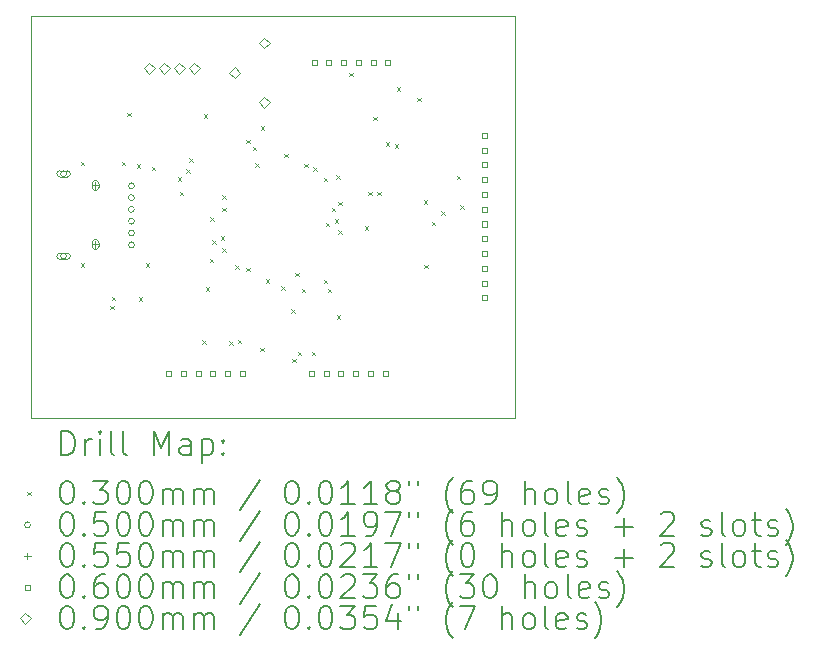
<source format=gbr>
%TF.GenerationSoftware,KiCad,Pcbnew,8.0.5*%
%TF.CreationDate,2024-09-28T14:46:47+05:30*%
%TF.ProjectId,MKM01V10,4d4b4d30-3156-4313-902e-6b696361645f,1.0*%
%TF.SameCoordinates,Original*%
%TF.FileFunction,Drillmap*%
%TF.FilePolarity,Positive*%
%FSLAX45Y45*%
G04 Gerber Fmt 4.5, Leading zero omitted, Abs format (unit mm)*
G04 Created by KiCad (PCBNEW 8.0.5) date 2024-09-28 14:46:47*
%MOMM*%
%LPD*%
G01*
G04 APERTURE LIST*
%ADD10C,0.100000*%
%ADD11C,0.200000*%
G04 APERTURE END LIST*
D10*
X4282000Y-2960000D02*
X8382000Y-2960000D01*
X8382000Y-6360000D01*
X4282000Y-6360000D01*
X4282000Y-2960000D01*
D11*
D10*
X4701700Y-4194110D02*
X4731700Y-4224110D01*
X4731700Y-4194110D02*
X4701700Y-4224110D01*
X4701700Y-5052720D02*
X4731700Y-5082720D01*
X4731700Y-5052720D02*
X4701700Y-5082720D01*
X4950020Y-5413490D02*
X4980020Y-5443490D01*
X4980020Y-5413490D02*
X4950020Y-5443490D01*
X4962840Y-5336950D02*
X4992840Y-5366950D01*
X4992840Y-5336950D02*
X4962840Y-5366950D01*
X5049720Y-4194110D02*
X5079720Y-4224110D01*
X5079720Y-4194110D02*
X5049720Y-4224110D01*
X5093390Y-3780930D02*
X5123390Y-3810930D01*
X5123390Y-3780930D02*
X5093390Y-3810930D01*
X5176820Y-4214270D02*
X5206820Y-4244270D01*
X5206820Y-4214270D02*
X5176820Y-4244270D01*
X5192470Y-5342330D02*
X5222470Y-5372330D01*
X5222470Y-5342330D02*
X5192470Y-5372330D01*
X5252750Y-5052720D02*
X5282750Y-5082720D01*
X5282750Y-5052720D02*
X5252750Y-5082720D01*
X5303420Y-4237690D02*
X5333420Y-4267690D01*
X5333420Y-4237690D02*
X5303420Y-4267690D01*
X5521570Y-4327410D02*
X5551570Y-4357410D01*
X5551570Y-4327410D02*
X5521570Y-4357410D01*
X5539590Y-4446970D02*
X5569590Y-4476970D01*
X5569590Y-4446970D02*
X5539590Y-4476970D01*
X5593750Y-4257410D02*
X5623750Y-4287410D01*
X5623750Y-4257410D02*
X5593750Y-4287410D01*
X5618260Y-4163510D02*
X5648260Y-4193510D01*
X5648260Y-4163510D02*
X5618260Y-4193510D01*
X5730920Y-5704790D02*
X5760920Y-5734790D01*
X5760920Y-5704790D02*
X5730920Y-5734790D01*
X5743450Y-3792380D02*
X5773450Y-3822380D01*
X5773450Y-3792380D02*
X5743450Y-3822380D01*
X5760340Y-5255360D02*
X5790340Y-5285360D01*
X5790340Y-5255360D02*
X5760340Y-5285360D01*
X5792220Y-5017530D02*
X5822220Y-5047530D01*
X5822220Y-5017530D02*
X5792220Y-5047530D01*
X5796020Y-4663590D02*
X5826020Y-4693590D01*
X5826020Y-4663590D02*
X5796020Y-4693590D01*
X5814180Y-4860070D02*
X5844180Y-4890070D01*
X5844180Y-4860070D02*
X5814180Y-4890070D01*
X5886610Y-4826170D02*
X5916610Y-4856170D01*
X5916610Y-4826170D02*
X5886610Y-4856170D01*
X5897380Y-4583770D02*
X5927380Y-4613770D01*
X5927380Y-4583770D02*
X5897380Y-4613770D01*
X5897470Y-4476520D02*
X5927470Y-4506520D01*
X5927470Y-4476520D02*
X5897470Y-4506520D01*
X5898090Y-4924740D02*
X5928090Y-4954740D01*
X5928090Y-4924740D02*
X5898090Y-4954740D01*
X5957260Y-5713700D02*
X5987260Y-5743700D01*
X5987260Y-5713700D02*
X5957260Y-5743700D01*
X6010930Y-5069770D02*
X6040930Y-5099770D01*
X6040930Y-5069770D02*
X6010930Y-5099770D01*
X6032440Y-5700140D02*
X6062440Y-5730140D01*
X6062440Y-5700140D02*
X6032440Y-5730140D01*
X6101220Y-5091010D02*
X6131220Y-5121010D01*
X6131220Y-5091010D02*
X6101220Y-5121010D01*
X6102240Y-4008320D02*
X6132240Y-4038320D01*
X6132240Y-4008320D02*
X6102240Y-4038320D01*
X6159600Y-4065690D02*
X6189600Y-4095690D01*
X6189600Y-4065690D02*
X6159600Y-4095690D01*
X6178790Y-4205600D02*
X6208790Y-4235600D01*
X6208790Y-4205600D02*
X6178790Y-4235600D01*
X6221720Y-5767820D02*
X6251720Y-5797820D01*
X6251720Y-5767820D02*
X6221720Y-5797820D01*
X6225740Y-3893950D02*
X6255740Y-3923950D01*
X6255740Y-3893950D02*
X6225740Y-3923950D01*
X6266170Y-5191430D02*
X6296170Y-5221430D01*
X6296170Y-5191430D02*
X6266170Y-5221430D01*
X6400990Y-5250340D02*
X6430990Y-5280340D01*
X6430990Y-5250340D02*
X6400990Y-5280340D01*
X6425100Y-4127500D02*
X6455100Y-4157500D01*
X6455100Y-4127500D02*
X6425100Y-4157500D01*
X6483600Y-5441470D02*
X6513600Y-5471470D01*
X6513600Y-5441470D02*
X6483600Y-5471470D01*
X6490100Y-5862380D02*
X6520100Y-5892380D01*
X6520100Y-5862380D02*
X6490100Y-5892380D01*
X6516660Y-5133980D02*
X6546660Y-5163980D01*
X6546660Y-5133980D02*
X6516660Y-5163980D01*
X6537670Y-5801650D02*
X6567670Y-5831650D01*
X6567670Y-5801650D02*
X6537670Y-5831650D01*
X6572890Y-5269040D02*
X6602890Y-5299040D01*
X6602890Y-5269040D02*
X6572890Y-5299040D01*
X6591700Y-4212740D02*
X6621700Y-4242740D01*
X6621700Y-4212740D02*
X6591700Y-4242740D01*
X6658500Y-5804250D02*
X6688500Y-5834250D01*
X6688500Y-5804250D02*
X6658500Y-5834250D01*
X6672190Y-4241670D02*
X6702190Y-4271670D01*
X6702190Y-4241670D02*
X6672190Y-4271670D01*
X6759570Y-4331480D02*
X6789570Y-4361480D01*
X6789570Y-4331480D02*
X6759570Y-4361480D01*
X6759710Y-5194010D02*
X6789710Y-5224010D01*
X6789710Y-5194010D02*
X6759710Y-5224010D01*
X6774620Y-4709650D02*
X6804620Y-4739650D01*
X6804620Y-4709650D02*
X6774620Y-4739650D01*
X6793440Y-5269040D02*
X6823440Y-5299040D01*
X6823440Y-5269040D02*
X6793440Y-5299040D01*
X6827390Y-4585070D02*
X6857390Y-4615070D01*
X6857390Y-4585070D02*
X6827390Y-4615070D01*
X6853750Y-4682510D02*
X6883750Y-4712510D01*
X6883750Y-4682510D02*
X6853750Y-4712510D01*
X6865720Y-4307610D02*
X6895720Y-4337610D01*
X6895720Y-4307610D02*
X6865720Y-4337610D01*
X6869190Y-5494160D02*
X6899190Y-5524160D01*
X6899190Y-5494160D02*
X6869190Y-5524160D01*
X6881230Y-4532390D02*
X6911230Y-4562390D01*
X6911230Y-4532390D02*
X6881230Y-4562390D01*
X6882680Y-4776520D02*
X6912680Y-4806520D01*
X6912680Y-4776520D02*
X6882680Y-4806520D01*
X6974850Y-3441970D02*
X7004850Y-3471970D01*
X7004850Y-3441970D02*
X6974850Y-3471970D01*
X7106090Y-4740490D02*
X7136090Y-4770490D01*
X7136090Y-4740490D02*
X7106090Y-4770490D01*
X7135770Y-4449050D02*
X7165770Y-4479050D01*
X7165770Y-4449050D02*
X7135770Y-4479050D01*
X7176030Y-3813510D02*
X7206030Y-3843510D01*
X7206030Y-3813510D02*
X7176030Y-3843510D01*
X7211120Y-4449050D02*
X7241120Y-4479050D01*
X7241120Y-4449050D02*
X7211120Y-4479050D01*
X7282600Y-4031440D02*
X7312600Y-4061440D01*
X7312600Y-4031440D02*
X7282600Y-4061440D01*
X7360490Y-4044880D02*
X7390490Y-4074880D01*
X7390490Y-4044880D02*
X7360490Y-4074880D01*
X7378670Y-3561540D02*
X7408670Y-3591540D01*
X7408670Y-3561540D02*
X7378670Y-3591540D01*
X7551950Y-3650830D02*
X7581950Y-3680830D01*
X7581950Y-3650830D02*
X7551950Y-3680830D01*
X7605520Y-4519550D02*
X7635520Y-4549550D01*
X7635520Y-4519550D02*
X7605520Y-4549550D01*
X7608520Y-5065240D02*
X7638520Y-5095240D01*
X7638520Y-5065240D02*
X7608520Y-5095240D01*
X7673580Y-4703900D02*
X7703580Y-4733900D01*
X7703580Y-4703900D02*
X7673580Y-4733900D01*
X7755790Y-4613130D02*
X7785790Y-4643130D01*
X7785790Y-4613130D02*
X7755790Y-4643130D01*
X7884630Y-4312720D02*
X7914630Y-4342720D01*
X7914630Y-4312720D02*
X7884630Y-4342720D01*
X7912620Y-4562120D02*
X7942620Y-4592120D01*
X7942620Y-4562120D02*
X7912620Y-4592120D01*
X4581000Y-4295200D02*
G75*
G02*
X4531000Y-4295200I-25000J0D01*
G01*
X4531000Y-4295200D02*
G75*
G02*
X4581000Y-4295200I25000J0D01*
G01*
X4588500Y-4270200D02*
X4523500Y-4270200D01*
X4523500Y-4320200D02*
G75*
G02*
X4523500Y-4270200I0J25000D01*
G01*
X4523500Y-4320200D02*
X4588500Y-4320200D01*
X4588500Y-4320200D02*
G75*
G03*
X4588500Y-4270200I0J25000D01*
G01*
X4581000Y-4995200D02*
G75*
G02*
X4531000Y-4995200I-25000J0D01*
G01*
X4531000Y-4995200D02*
G75*
G02*
X4581000Y-4995200I25000J0D01*
G01*
X4588500Y-4970200D02*
X4523500Y-4970200D01*
X4523500Y-5020200D02*
G75*
G02*
X4523500Y-4970200I0J25000D01*
G01*
X4523500Y-5020200D02*
X4588500Y-5020200D01*
X4588500Y-5020200D02*
G75*
G03*
X4588500Y-4970200I0J25000D01*
G01*
X5155800Y-4398200D02*
G75*
G02*
X5105800Y-4398200I-25000J0D01*
G01*
X5105800Y-4398200D02*
G75*
G02*
X5155800Y-4398200I25000J0D01*
G01*
X5155800Y-4498200D02*
G75*
G02*
X5105800Y-4498200I-25000J0D01*
G01*
X5105800Y-4498200D02*
G75*
G02*
X5155800Y-4498200I25000J0D01*
G01*
X5155800Y-4598200D02*
G75*
G02*
X5105800Y-4598200I-25000J0D01*
G01*
X5105800Y-4598200D02*
G75*
G02*
X5155800Y-4598200I25000J0D01*
G01*
X5155800Y-4698200D02*
G75*
G02*
X5105800Y-4698200I-25000J0D01*
G01*
X5105800Y-4698200D02*
G75*
G02*
X5155800Y-4698200I25000J0D01*
G01*
X5155800Y-4798200D02*
G75*
G02*
X5105800Y-4798200I-25000J0D01*
G01*
X5105800Y-4798200D02*
G75*
G02*
X5155800Y-4798200I25000J0D01*
G01*
X5155800Y-4898200D02*
G75*
G02*
X5105800Y-4898200I-25000J0D01*
G01*
X5105800Y-4898200D02*
G75*
G02*
X5155800Y-4898200I25000J0D01*
G01*
X4826000Y-4367700D02*
X4826000Y-4422700D01*
X4798500Y-4395200D02*
X4853500Y-4395200D01*
X4798500Y-4380200D02*
X4798500Y-4410200D01*
X4853500Y-4410200D02*
G75*
G02*
X4798500Y-4410200I-27500J0D01*
G01*
X4853500Y-4410200D02*
X4853500Y-4380200D01*
X4853500Y-4380200D02*
G75*
G03*
X4798500Y-4380200I-27500J0D01*
G01*
X4826000Y-4867700D02*
X4826000Y-4922700D01*
X4798500Y-4895200D02*
X4853500Y-4895200D01*
X4798500Y-4880200D02*
X4798500Y-4910200D01*
X4853500Y-4910200D02*
G75*
G02*
X4798500Y-4910200I-27500J0D01*
G01*
X4853500Y-4910200D02*
X4853500Y-4880200D01*
X4853500Y-4880200D02*
G75*
G03*
X4798500Y-4880200I-27500J0D01*
G01*
X5466813Y-6005453D02*
X5466813Y-5963027D01*
X5424387Y-5963027D01*
X5424387Y-6005453D01*
X5466813Y-6005453D01*
X5591813Y-6005453D02*
X5591813Y-5963027D01*
X5549387Y-5963027D01*
X5549387Y-6005453D01*
X5591813Y-6005453D01*
X5716813Y-6005453D02*
X5716813Y-5963027D01*
X5674387Y-5963027D01*
X5674387Y-6005453D01*
X5716813Y-6005453D01*
X5841813Y-6005453D02*
X5841813Y-5963027D01*
X5799387Y-5963027D01*
X5799387Y-6005453D01*
X5841813Y-6005453D01*
X5966813Y-6005453D02*
X5966813Y-5963027D01*
X5924387Y-5963027D01*
X5924387Y-6005453D01*
X5966813Y-6005453D01*
X6091813Y-6005453D02*
X6091813Y-5963027D01*
X6049387Y-5963027D01*
X6049387Y-6005453D01*
X6091813Y-6005453D01*
X6676013Y-6005453D02*
X6676013Y-5963027D01*
X6633587Y-5963027D01*
X6633587Y-6005453D01*
X6676013Y-6005453D01*
X6698713Y-3374013D02*
X6698713Y-3331587D01*
X6656287Y-3331587D01*
X6656287Y-3374013D01*
X6698713Y-3374013D01*
X6801013Y-6005453D02*
X6801013Y-5963027D01*
X6758587Y-5963027D01*
X6758587Y-6005453D01*
X6801013Y-6005453D01*
X6823713Y-3374013D02*
X6823713Y-3331587D01*
X6781287Y-3331587D01*
X6781287Y-3374013D01*
X6823713Y-3374013D01*
X6926013Y-6005453D02*
X6926013Y-5963027D01*
X6883587Y-5963027D01*
X6883587Y-6005453D01*
X6926013Y-6005453D01*
X6948713Y-3374013D02*
X6948713Y-3331587D01*
X6906287Y-3331587D01*
X6906287Y-3374013D01*
X6948713Y-3374013D01*
X7051013Y-6005453D02*
X7051013Y-5963027D01*
X7008587Y-5963027D01*
X7008587Y-6005453D01*
X7051013Y-6005453D01*
X7073713Y-3374013D02*
X7073713Y-3331587D01*
X7031287Y-3331587D01*
X7031287Y-3374013D01*
X7073713Y-3374013D01*
X7176013Y-6005453D02*
X7176013Y-5963027D01*
X7133587Y-5963027D01*
X7133587Y-6005453D01*
X7176013Y-6005453D01*
X7198713Y-3374013D02*
X7198713Y-3331587D01*
X7156287Y-3331587D01*
X7156287Y-3374013D01*
X7198713Y-3374013D01*
X7301013Y-6005453D02*
X7301013Y-5963027D01*
X7258587Y-5963027D01*
X7258587Y-6005453D01*
X7301013Y-6005453D01*
X7323713Y-3374013D02*
X7323713Y-3331587D01*
X7281287Y-3331587D01*
X7281287Y-3374013D01*
X7323713Y-3374013D01*
X8139053Y-3992913D02*
X8139053Y-3950487D01*
X8096627Y-3950487D01*
X8096627Y-3992913D01*
X8139053Y-3992913D01*
X8139053Y-4117913D02*
X8139053Y-4075487D01*
X8096627Y-4075487D01*
X8096627Y-4117913D01*
X8139053Y-4117913D01*
X8139053Y-4242913D02*
X8139053Y-4200487D01*
X8096627Y-4200487D01*
X8096627Y-4242913D01*
X8139053Y-4242913D01*
X8139053Y-4367913D02*
X8139053Y-4325487D01*
X8096627Y-4325487D01*
X8096627Y-4367913D01*
X8139053Y-4367913D01*
X8139053Y-4492913D02*
X8139053Y-4450487D01*
X8096627Y-4450487D01*
X8096627Y-4492913D01*
X8139053Y-4492913D01*
X8139053Y-4617913D02*
X8139053Y-4575487D01*
X8096627Y-4575487D01*
X8096627Y-4617913D01*
X8139053Y-4617913D01*
X8139053Y-4742913D02*
X8139053Y-4700487D01*
X8096627Y-4700487D01*
X8096627Y-4742913D01*
X8139053Y-4742913D01*
X8139053Y-4867913D02*
X8139053Y-4825487D01*
X8096627Y-4825487D01*
X8096627Y-4867913D01*
X8139053Y-4867913D01*
X8139053Y-4992913D02*
X8139053Y-4950487D01*
X8096627Y-4950487D01*
X8096627Y-4992913D01*
X8139053Y-4992913D01*
X8139053Y-5117913D02*
X8139053Y-5075487D01*
X8096627Y-5075487D01*
X8096627Y-5117913D01*
X8139053Y-5117913D01*
X8139053Y-5242913D02*
X8139053Y-5200487D01*
X8096627Y-5200487D01*
X8096627Y-5242913D01*
X8139053Y-5242913D01*
X8139053Y-5367913D02*
X8139053Y-5325487D01*
X8096627Y-5325487D01*
X8096627Y-5367913D01*
X8139053Y-5367913D01*
X5283200Y-3448600D02*
X5328200Y-3403600D01*
X5283200Y-3358600D01*
X5238200Y-3403600D01*
X5283200Y-3448600D01*
X5410200Y-3448600D02*
X5455200Y-3403600D01*
X5410200Y-3358600D01*
X5365200Y-3403600D01*
X5410200Y-3448600D01*
X5537200Y-3448600D02*
X5582200Y-3403600D01*
X5537200Y-3358600D01*
X5492200Y-3403600D01*
X5537200Y-3448600D01*
X5664200Y-3448600D02*
X5709200Y-3403600D01*
X5664200Y-3358600D01*
X5619200Y-3403600D01*
X5664200Y-3448600D01*
X6006020Y-3485620D02*
X6051020Y-3440620D01*
X6006020Y-3395620D01*
X5961020Y-3440620D01*
X6006020Y-3485620D01*
X6256020Y-3235620D02*
X6301020Y-3190620D01*
X6256020Y-3145620D01*
X6211020Y-3190620D01*
X6256020Y-3235620D01*
X6256020Y-3735620D02*
X6301020Y-3690620D01*
X6256020Y-3645620D01*
X6211020Y-3690620D01*
X6256020Y-3735620D01*
D11*
X4537777Y-6676484D02*
X4537777Y-6476484D01*
X4537777Y-6476484D02*
X4585396Y-6476484D01*
X4585396Y-6476484D02*
X4613967Y-6486008D01*
X4613967Y-6486008D02*
X4633015Y-6505055D01*
X4633015Y-6505055D02*
X4642539Y-6524103D01*
X4642539Y-6524103D02*
X4652063Y-6562198D01*
X4652063Y-6562198D02*
X4652063Y-6590769D01*
X4652063Y-6590769D02*
X4642539Y-6628865D01*
X4642539Y-6628865D02*
X4633015Y-6647912D01*
X4633015Y-6647912D02*
X4613967Y-6666960D01*
X4613967Y-6666960D02*
X4585396Y-6676484D01*
X4585396Y-6676484D02*
X4537777Y-6676484D01*
X4737777Y-6676484D02*
X4737777Y-6543150D01*
X4737777Y-6581246D02*
X4747301Y-6562198D01*
X4747301Y-6562198D02*
X4756824Y-6552674D01*
X4756824Y-6552674D02*
X4775872Y-6543150D01*
X4775872Y-6543150D02*
X4794920Y-6543150D01*
X4861586Y-6676484D02*
X4861586Y-6543150D01*
X4861586Y-6476484D02*
X4852063Y-6486008D01*
X4852063Y-6486008D02*
X4861586Y-6495531D01*
X4861586Y-6495531D02*
X4871110Y-6486008D01*
X4871110Y-6486008D02*
X4861586Y-6476484D01*
X4861586Y-6476484D02*
X4861586Y-6495531D01*
X4985396Y-6676484D02*
X4966348Y-6666960D01*
X4966348Y-6666960D02*
X4956824Y-6647912D01*
X4956824Y-6647912D02*
X4956824Y-6476484D01*
X5090158Y-6676484D02*
X5071110Y-6666960D01*
X5071110Y-6666960D02*
X5061586Y-6647912D01*
X5061586Y-6647912D02*
X5061586Y-6476484D01*
X5318729Y-6676484D02*
X5318729Y-6476484D01*
X5318729Y-6476484D02*
X5385396Y-6619341D01*
X5385396Y-6619341D02*
X5452063Y-6476484D01*
X5452063Y-6476484D02*
X5452063Y-6676484D01*
X5633015Y-6676484D02*
X5633015Y-6571722D01*
X5633015Y-6571722D02*
X5623491Y-6552674D01*
X5623491Y-6552674D02*
X5604443Y-6543150D01*
X5604443Y-6543150D02*
X5566348Y-6543150D01*
X5566348Y-6543150D02*
X5547301Y-6552674D01*
X5633015Y-6666960D02*
X5613967Y-6676484D01*
X5613967Y-6676484D02*
X5566348Y-6676484D01*
X5566348Y-6676484D02*
X5547301Y-6666960D01*
X5547301Y-6666960D02*
X5537777Y-6647912D01*
X5537777Y-6647912D02*
X5537777Y-6628865D01*
X5537777Y-6628865D02*
X5547301Y-6609817D01*
X5547301Y-6609817D02*
X5566348Y-6600293D01*
X5566348Y-6600293D02*
X5613967Y-6600293D01*
X5613967Y-6600293D02*
X5633015Y-6590769D01*
X5728253Y-6543150D02*
X5728253Y-6743150D01*
X5728253Y-6552674D02*
X5747301Y-6543150D01*
X5747301Y-6543150D02*
X5785396Y-6543150D01*
X5785396Y-6543150D02*
X5804443Y-6552674D01*
X5804443Y-6552674D02*
X5813967Y-6562198D01*
X5813967Y-6562198D02*
X5823491Y-6581246D01*
X5823491Y-6581246D02*
X5823491Y-6638388D01*
X5823491Y-6638388D02*
X5813967Y-6657436D01*
X5813967Y-6657436D02*
X5804443Y-6666960D01*
X5804443Y-6666960D02*
X5785396Y-6676484D01*
X5785396Y-6676484D02*
X5747301Y-6676484D01*
X5747301Y-6676484D02*
X5728253Y-6666960D01*
X5909205Y-6657436D02*
X5918729Y-6666960D01*
X5918729Y-6666960D02*
X5909205Y-6676484D01*
X5909205Y-6676484D02*
X5899682Y-6666960D01*
X5899682Y-6666960D02*
X5909205Y-6657436D01*
X5909205Y-6657436D02*
X5909205Y-6676484D01*
X5909205Y-6552674D02*
X5918729Y-6562198D01*
X5918729Y-6562198D02*
X5909205Y-6571722D01*
X5909205Y-6571722D02*
X5899682Y-6562198D01*
X5899682Y-6562198D02*
X5909205Y-6552674D01*
X5909205Y-6552674D02*
X5909205Y-6571722D01*
D10*
X4247000Y-6990000D02*
X4277000Y-7020000D01*
X4277000Y-6990000D02*
X4247000Y-7020000D01*
D11*
X4575872Y-6896484D02*
X4594920Y-6896484D01*
X4594920Y-6896484D02*
X4613967Y-6906008D01*
X4613967Y-6906008D02*
X4623491Y-6915531D01*
X4623491Y-6915531D02*
X4633015Y-6934579D01*
X4633015Y-6934579D02*
X4642539Y-6972674D01*
X4642539Y-6972674D02*
X4642539Y-7020293D01*
X4642539Y-7020293D02*
X4633015Y-7058388D01*
X4633015Y-7058388D02*
X4623491Y-7077436D01*
X4623491Y-7077436D02*
X4613967Y-7086960D01*
X4613967Y-7086960D02*
X4594920Y-7096484D01*
X4594920Y-7096484D02*
X4575872Y-7096484D01*
X4575872Y-7096484D02*
X4556824Y-7086960D01*
X4556824Y-7086960D02*
X4547301Y-7077436D01*
X4547301Y-7077436D02*
X4537777Y-7058388D01*
X4537777Y-7058388D02*
X4528253Y-7020293D01*
X4528253Y-7020293D02*
X4528253Y-6972674D01*
X4528253Y-6972674D02*
X4537777Y-6934579D01*
X4537777Y-6934579D02*
X4547301Y-6915531D01*
X4547301Y-6915531D02*
X4556824Y-6906008D01*
X4556824Y-6906008D02*
X4575872Y-6896484D01*
X4728253Y-7077436D02*
X4737777Y-7086960D01*
X4737777Y-7086960D02*
X4728253Y-7096484D01*
X4728253Y-7096484D02*
X4718729Y-7086960D01*
X4718729Y-7086960D02*
X4728253Y-7077436D01*
X4728253Y-7077436D02*
X4728253Y-7096484D01*
X4804444Y-6896484D02*
X4928253Y-6896484D01*
X4928253Y-6896484D02*
X4861586Y-6972674D01*
X4861586Y-6972674D02*
X4890158Y-6972674D01*
X4890158Y-6972674D02*
X4909205Y-6982198D01*
X4909205Y-6982198D02*
X4918729Y-6991722D01*
X4918729Y-6991722D02*
X4928253Y-7010769D01*
X4928253Y-7010769D02*
X4928253Y-7058388D01*
X4928253Y-7058388D02*
X4918729Y-7077436D01*
X4918729Y-7077436D02*
X4909205Y-7086960D01*
X4909205Y-7086960D02*
X4890158Y-7096484D01*
X4890158Y-7096484D02*
X4833015Y-7096484D01*
X4833015Y-7096484D02*
X4813967Y-7086960D01*
X4813967Y-7086960D02*
X4804444Y-7077436D01*
X5052063Y-6896484D02*
X5071110Y-6896484D01*
X5071110Y-6896484D02*
X5090158Y-6906008D01*
X5090158Y-6906008D02*
X5099682Y-6915531D01*
X5099682Y-6915531D02*
X5109205Y-6934579D01*
X5109205Y-6934579D02*
X5118729Y-6972674D01*
X5118729Y-6972674D02*
X5118729Y-7020293D01*
X5118729Y-7020293D02*
X5109205Y-7058388D01*
X5109205Y-7058388D02*
X5099682Y-7077436D01*
X5099682Y-7077436D02*
X5090158Y-7086960D01*
X5090158Y-7086960D02*
X5071110Y-7096484D01*
X5071110Y-7096484D02*
X5052063Y-7096484D01*
X5052063Y-7096484D02*
X5033015Y-7086960D01*
X5033015Y-7086960D02*
X5023491Y-7077436D01*
X5023491Y-7077436D02*
X5013967Y-7058388D01*
X5013967Y-7058388D02*
X5004444Y-7020293D01*
X5004444Y-7020293D02*
X5004444Y-6972674D01*
X5004444Y-6972674D02*
X5013967Y-6934579D01*
X5013967Y-6934579D02*
X5023491Y-6915531D01*
X5023491Y-6915531D02*
X5033015Y-6906008D01*
X5033015Y-6906008D02*
X5052063Y-6896484D01*
X5242539Y-6896484D02*
X5261586Y-6896484D01*
X5261586Y-6896484D02*
X5280634Y-6906008D01*
X5280634Y-6906008D02*
X5290158Y-6915531D01*
X5290158Y-6915531D02*
X5299682Y-6934579D01*
X5299682Y-6934579D02*
X5309205Y-6972674D01*
X5309205Y-6972674D02*
X5309205Y-7020293D01*
X5309205Y-7020293D02*
X5299682Y-7058388D01*
X5299682Y-7058388D02*
X5290158Y-7077436D01*
X5290158Y-7077436D02*
X5280634Y-7086960D01*
X5280634Y-7086960D02*
X5261586Y-7096484D01*
X5261586Y-7096484D02*
X5242539Y-7096484D01*
X5242539Y-7096484D02*
X5223491Y-7086960D01*
X5223491Y-7086960D02*
X5213967Y-7077436D01*
X5213967Y-7077436D02*
X5204444Y-7058388D01*
X5204444Y-7058388D02*
X5194920Y-7020293D01*
X5194920Y-7020293D02*
X5194920Y-6972674D01*
X5194920Y-6972674D02*
X5204444Y-6934579D01*
X5204444Y-6934579D02*
X5213967Y-6915531D01*
X5213967Y-6915531D02*
X5223491Y-6906008D01*
X5223491Y-6906008D02*
X5242539Y-6896484D01*
X5394920Y-7096484D02*
X5394920Y-6963150D01*
X5394920Y-6982198D02*
X5404444Y-6972674D01*
X5404444Y-6972674D02*
X5423491Y-6963150D01*
X5423491Y-6963150D02*
X5452063Y-6963150D01*
X5452063Y-6963150D02*
X5471110Y-6972674D01*
X5471110Y-6972674D02*
X5480634Y-6991722D01*
X5480634Y-6991722D02*
X5480634Y-7096484D01*
X5480634Y-6991722D02*
X5490158Y-6972674D01*
X5490158Y-6972674D02*
X5509205Y-6963150D01*
X5509205Y-6963150D02*
X5537777Y-6963150D01*
X5537777Y-6963150D02*
X5556825Y-6972674D01*
X5556825Y-6972674D02*
X5566348Y-6991722D01*
X5566348Y-6991722D02*
X5566348Y-7096484D01*
X5661586Y-7096484D02*
X5661586Y-6963150D01*
X5661586Y-6982198D02*
X5671110Y-6972674D01*
X5671110Y-6972674D02*
X5690158Y-6963150D01*
X5690158Y-6963150D02*
X5718729Y-6963150D01*
X5718729Y-6963150D02*
X5737777Y-6972674D01*
X5737777Y-6972674D02*
X5747301Y-6991722D01*
X5747301Y-6991722D02*
X5747301Y-7096484D01*
X5747301Y-6991722D02*
X5756824Y-6972674D01*
X5756824Y-6972674D02*
X5775872Y-6963150D01*
X5775872Y-6963150D02*
X5804443Y-6963150D01*
X5804443Y-6963150D02*
X5823491Y-6972674D01*
X5823491Y-6972674D02*
X5833015Y-6991722D01*
X5833015Y-6991722D02*
X5833015Y-7096484D01*
X6223491Y-6886960D02*
X6052063Y-7144103D01*
X6480634Y-6896484D02*
X6499682Y-6896484D01*
X6499682Y-6896484D02*
X6518729Y-6906008D01*
X6518729Y-6906008D02*
X6528253Y-6915531D01*
X6528253Y-6915531D02*
X6537777Y-6934579D01*
X6537777Y-6934579D02*
X6547301Y-6972674D01*
X6547301Y-6972674D02*
X6547301Y-7020293D01*
X6547301Y-7020293D02*
X6537777Y-7058388D01*
X6537777Y-7058388D02*
X6528253Y-7077436D01*
X6528253Y-7077436D02*
X6518729Y-7086960D01*
X6518729Y-7086960D02*
X6499682Y-7096484D01*
X6499682Y-7096484D02*
X6480634Y-7096484D01*
X6480634Y-7096484D02*
X6461586Y-7086960D01*
X6461586Y-7086960D02*
X6452063Y-7077436D01*
X6452063Y-7077436D02*
X6442539Y-7058388D01*
X6442539Y-7058388D02*
X6433015Y-7020293D01*
X6433015Y-7020293D02*
X6433015Y-6972674D01*
X6433015Y-6972674D02*
X6442539Y-6934579D01*
X6442539Y-6934579D02*
X6452063Y-6915531D01*
X6452063Y-6915531D02*
X6461586Y-6906008D01*
X6461586Y-6906008D02*
X6480634Y-6896484D01*
X6633015Y-7077436D02*
X6642539Y-7086960D01*
X6642539Y-7086960D02*
X6633015Y-7096484D01*
X6633015Y-7096484D02*
X6623491Y-7086960D01*
X6623491Y-7086960D02*
X6633015Y-7077436D01*
X6633015Y-7077436D02*
X6633015Y-7096484D01*
X6766348Y-6896484D02*
X6785396Y-6896484D01*
X6785396Y-6896484D02*
X6804444Y-6906008D01*
X6804444Y-6906008D02*
X6813967Y-6915531D01*
X6813967Y-6915531D02*
X6823491Y-6934579D01*
X6823491Y-6934579D02*
X6833015Y-6972674D01*
X6833015Y-6972674D02*
X6833015Y-7020293D01*
X6833015Y-7020293D02*
X6823491Y-7058388D01*
X6823491Y-7058388D02*
X6813967Y-7077436D01*
X6813967Y-7077436D02*
X6804444Y-7086960D01*
X6804444Y-7086960D02*
X6785396Y-7096484D01*
X6785396Y-7096484D02*
X6766348Y-7096484D01*
X6766348Y-7096484D02*
X6747301Y-7086960D01*
X6747301Y-7086960D02*
X6737777Y-7077436D01*
X6737777Y-7077436D02*
X6728253Y-7058388D01*
X6728253Y-7058388D02*
X6718729Y-7020293D01*
X6718729Y-7020293D02*
X6718729Y-6972674D01*
X6718729Y-6972674D02*
X6728253Y-6934579D01*
X6728253Y-6934579D02*
X6737777Y-6915531D01*
X6737777Y-6915531D02*
X6747301Y-6906008D01*
X6747301Y-6906008D02*
X6766348Y-6896484D01*
X7023491Y-7096484D02*
X6909206Y-7096484D01*
X6966348Y-7096484D02*
X6966348Y-6896484D01*
X6966348Y-6896484D02*
X6947301Y-6925055D01*
X6947301Y-6925055D02*
X6928253Y-6944103D01*
X6928253Y-6944103D02*
X6909206Y-6953627D01*
X7213967Y-7096484D02*
X7099682Y-7096484D01*
X7156825Y-7096484D02*
X7156825Y-6896484D01*
X7156825Y-6896484D02*
X7137777Y-6925055D01*
X7137777Y-6925055D02*
X7118729Y-6944103D01*
X7118729Y-6944103D02*
X7099682Y-6953627D01*
X7328253Y-6982198D02*
X7309206Y-6972674D01*
X7309206Y-6972674D02*
X7299682Y-6963150D01*
X7299682Y-6963150D02*
X7290158Y-6944103D01*
X7290158Y-6944103D02*
X7290158Y-6934579D01*
X7290158Y-6934579D02*
X7299682Y-6915531D01*
X7299682Y-6915531D02*
X7309206Y-6906008D01*
X7309206Y-6906008D02*
X7328253Y-6896484D01*
X7328253Y-6896484D02*
X7366348Y-6896484D01*
X7366348Y-6896484D02*
X7385396Y-6906008D01*
X7385396Y-6906008D02*
X7394920Y-6915531D01*
X7394920Y-6915531D02*
X7404444Y-6934579D01*
X7404444Y-6934579D02*
X7404444Y-6944103D01*
X7404444Y-6944103D02*
X7394920Y-6963150D01*
X7394920Y-6963150D02*
X7385396Y-6972674D01*
X7385396Y-6972674D02*
X7366348Y-6982198D01*
X7366348Y-6982198D02*
X7328253Y-6982198D01*
X7328253Y-6982198D02*
X7309206Y-6991722D01*
X7309206Y-6991722D02*
X7299682Y-7001246D01*
X7299682Y-7001246D02*
X7290158Y-7020293D01*
X7290158Y-7020293D02*
X7290158Y-7058388D01*
X7290158Y-7058388D02*
X7299682Y-7077436D01*
X7299682Y-7077436D02*
X7309206Y-7086960D01*
X7309206Y-7086960D02*
X7328253Y-7096484D01*
X7328253Y-7096484D02*
X7366348Y-7096484D01*
X7366348Y-7096484D02*
X7385396Y-7086960D01*
X7385396Y-7086960D02*
X7394920Y-7077436D01*
X7394920Y-7077436D02*
X7404444Y-7058388D01*
X7404444Y-7058388D02*
X7404444Y-7020293D01*
X7404444Y-7020293D02*
X7394920Y-7001246D01*
X7394920Y-7001246D02*
X7385396Y-6991722D01*
X7385396Y-6991722D02*
X7366348Y-6982198D01*
X7480634Y-6896484D02*
X7480634Y-6934579D01*
X7556825Y-6896484D02*
X7556825Y-6934579D01*
X7852063Y-7172674D02*
X7842539Y-7163150D01*
X7842539Y-7163150D02*
X7823491Y-7134579D01*
X7823491Y-7134579D02*
X7813968Y-7115531D01*
X7813968Y-7115531D02*
X7804444Y-7086960D01*
X7804444Y-7086960D02*
X7794920Y-7039341D01*
X7794920Y-7039341D02*
X7794920Y-7001246D01*
X7794920Y-7001246D02*
X7804444Y-6953627D01*
X7804444Y-6953627D02*
X7813968Y-6925055D01*
X7813968Y-6925055D02*
X7823491Y-6906008D01*
X7823491Y-6906008D02*
X7842539Y-6877436D01*
X7842539Y-6877436D02*
X7852063Y-6867912D01*
X8013968Y-6896484D02*
X7975872Y-6896484D01*
X7975872Y-6896484D02*
X7956825Y-6906008D01*
X7956825Y-6906008D02*
X7947301Y-6915531D01*
X7947301Y-6915531D02*
X7928253Y-6944103D01*
X7928253Y-6944103D02*
X7918729Y-6982198D01*
X7918729Y-6982198D02*
X7918729Y-7058388D01*
X7918729Y-7058388D02*
X7928253Y-7077436D01*
X7928253Y-7077436D02*
X7937777Y-7086960D01*
X7937777Y-7086960D02*
X7956825Y-7096484D01*
X7956825Y-7096484D02*
X7994920Y-7096484D01*
X7994920Y-7096484D02*
X8013968Y-7086960D01*
X8013968Y-7086960D02*
X8023491Y-7077436D01*
X8023491Y-7077436D02*
X8033015Y-7058388D01*
X8033015Y-7058388D02*
X8033015Y-7010769D01*
X8033015Y-7010769D02*
X8023491Y-6991722D01*
X8023491Y-6991722D02*
X8013968Y-6982198D01*
X8013968Y-6982198D02*
X7994920Y-6972674D01*
X7994920Y-6972674D02*
X7956825Y-6972674D01*
X7956825Y-6972674D02*
X7937777Y-6982198D01*
X7937777Y-6982198D02*
X7928253Y-6991722D01*
X7928253Y-6991722D02*
X7918729Y-7010769D01*
X8128253Y-7096484D02*
X8166348Y-7096484D01*
X8166348Y-7096484D02*
X8185396Y-7086960D01*
X8185396Y-7086960D02*
X8194920Y-7077436D01*
X8194920Y-7077436D02*
X8213968Y-7048865D01*
X8213968Y-7048865D02*
X8223491Y-7010769D01*
X8223491Y-7010769D02*
X8223491Y-6934579D01*
X8223491Y-6934579D02*
X8213968Y-6915531D01*
X8213968Y-6915531D02*
X8204444Y-6906008D01*
X8204444Y-6906008D02*
X8185396Y-6896484D01*
X8185396Y-6896484D02*
X8147301Y-6896484D01*
X8147301Y-6896484D02*
X8128253Y-6906008D01*
X8128253Y-6906008D02*
X8118729Y-6915531D01*
X8118729Y-6915531D02*
X8109206Y-6934579D01*
X8109206Y-6934579D02*
X8109206Y-6982198D01*
X8109206Y-6982198D02*
X8118729Y-7001246D01*
X8118729Y-7001246D02*
X8128253Y-7010769D01*
X8128253Y-7010769D02*
X8147301Y-7020293D01*
X8147301Y-7020293D02*
X8185396Y-7020293D01*
X8185396Y-7020293D02*
X8204444Y-7010769D01*
X8204444Y-7010769D02*
X8213968Y-7001246D01*
X8213968Y-7001246D02*
X8223491Y-6982198D01*
X8461587Y-7096484D02*
X8461587Y-6896484D01*
X8547301Y-7096484D02*
X8547301Y-6991722D01*
X8547301Y-6991722D02*
X8537777Y-6972674D01*
X8537777Y-6972674D02*
X8518730Y-6963150D01*
X8518730Y-6963150D02*
X8490158Y-6963150D01*
X8490158Y-6963150D02*
X8471111Y-6972674D01*
X8471111Y-6972674D02*
X8461587Y-6982198D01*
X8671111Y-7096484D02*
X8652063Y-7086960D01*
X8652063Y-7086960D02*
X8642539Y-7077436D01*
X8642539Y-7077436D02*
X8633015Y-7058388D01*
X8633015Y-7058388D02*
X8633015Y-7001246D01*
X8633015Y-7001246D02*
X8642539Y-6982198D01*
X8642539Y-6982198D02*
X8652063Y-6972674D01*
X8652063Y-6972674D02*
X8671111Y-6963150D01*
X8671111Y-6963150D02*
X8699682Y-6963150D01*
X8699682Y-6963150D02*
X8718730Y-6972674D01*
X8718730Y-6972674D02*
X8728253Y-6982198D01*
X8728253Y-6982198D02*
X8737777Y-7001246D01*
X8737777Y-7001246D02*
X8737777Y-7058388D01*
X8737777Y-7058388D02*
X8728253Y-7077436D01*
X8728253Y-7077436D02*
X8718730Y-7086960D01*
X8718730Y-7086960D02*
X8699682Y-7096484D01*
X8699682Y-7096484D02*
X8671111Y-7096484D01*
X8852063Y-7096484D02*
X8833015Y-7086960D01*
X8833015Y-7086960D02*
X8823492Y-7067912D01*
X8823492Y-7067912D02*
X8823492Y-6896484D01*
X9004444Y-7086960D02*
X8985396Y-7096484D01*
X8985396Y-7096484D02*
X8947301Y-7096484D01*
X8947301Y-7096484D02*
X8928253Y-7086960D01*
X8928253Y-7086960D02*
X8918730Y-7067912D01*
X8918730Y-7067912D02*
X8918730Y-6991722D01*
X8918730Y-6991722D02*
X8928253Y-6972674D01*
X8928253Y-6972674D02*
X8947301Y-6963150D01*
X8947301Y-6963150D02*
X8985396Y-6963150D01*
X8985396Y-6963150D02*
X9004444Y-6972674D01*
X9004444Y-6972674D02*
X9013968Y-6991722D01*
X9013968Y-6991722D02*
X9013968Y-7010769D01*
X9013968Y-7010769D02*
X8918730Y-7029817D01*
X9090158Y-7086960D02*
X9109206Y-7096484D01*
X9109206Y-7096484D02*
X9147301Y-7096484D01*
X9147301Y-7096484D02*
X9166349Y-7086960D01*
X9166349Y-7086960D02*
X9175873Y-7067912D01*
X9175873Y-7067912D02*
X9175873Y-7058388D01*
X9175873Y-7058388D02*
X9166349Y-7039341D01*
X9166349Y-7039341D02*
X9147301Y-7029817D01*
X9147301Y-7029817D02*
X9118730Y-7029817D01*
X9118730Y-7029817D02*
X9099682Y-7020293D01*
X9099682Y-7020293D02*
X9090158Y-7001246D01*
X9090158Y-7001246D02*
X9090158Y-6991722D01*
X9090158Y-6991722D02*
X9099682Y-6972674D01*
X9099682Y-6972674D02*
X9118730Y-6963150D01*
X9118730Y-6963150D02*
X9147301Y-6963150D01*
X9147301Y-6963150D02*
X9166349Y-6972674D01*
X9242539Y-7172674D02*
X9252063Y-7163150D01*
X9252063Y-7163150D02*
X9271111Y-7134579D01*
X9271111Y-7134579D02*
X9280634Y-7115531D01*
X9280634Y-7115531D02*
X9290158Y-7086960D01*
X9290158Y-7086960D02*
X9299682Y-7039341D01*
X9299682Y-7039341D02*
X9299682Y-7001246D01*
X9299682Y-7001246D02*
X9290158Y-6953627D01*
X9290158Y-6953627D02*
X9280634Y-6925055D01*
X9280634Y-6925055D02*
X9271111Y-6906008D01*
X9271111Y-6906008D02*
X9252063Y-6877436D01*
X9252063Y-6877436D02*
X9242539Y-6867912D01*
D10*
X4277000Y-7269000D02*
G75*
G02*
X4227000Y-7269000I-25000J0D01*
G01*
X4227000Y-7269000D02*
G75*
G02*
X4277000Y-7269000I25000J0D01*
G01*
D11*
X4575872Y-7160484D02*
X4594920Y-7160484D01*
X4594920Y-7160484D02*
X4613967Y-7170008D01*
X4613967Y-7170008D02*
X4623491Y-7179531D01*
X4623491Y-7179531D02*
X4633015Y-7198579D01*
X4633015Y-7198579D02*
X4642539Y-7236674D01*
X4642539Y-7236674D02*
X4642539Y-7284293D01*
X4642539Y-7284293D02*
X4633015Y-7322388D01*
X4633015Y-7322388D02*
X4623491Y-7341436D01*
X4623491Y-7341436D02*
X4613967Y-7350960D01*
X4613967Y-7350960D02*
X4594920Y-7360484D01*
X4594920Y-7360484D02*
X4575872Y-7360484D01*
X4575872Y-7360484D02*
X4556824Y-7350960D01*
X4556824Y-7350960D02*
X4547301Y-7341436D01*
X4547301Y-7341436D02*
X4537777Y-7322388D01*
X4537777Y-7322388D02*
X4528253Y-7284293D01*
X4528253Y-7284293D02*
X4528253Y-7236674D01*
X4528253Y-7236674D02*
X4537777Y-7198579D01*
X4537777Y-7198579D02*
X4547301Y-7179531D01*
X4547301Y-7179531D02*
X4556824Y-7170008D01*
X4556824Y-7170008D02*
X4575872Y-7160484D01*
X4728253Y-7341436D02*
X4737777Y-7350960D01*
X4737777Y-7350960D02*
X4728253Y-7360484D01*
X4728253Y-7360484D02*
X4718729Y-7350960D01*
X4718729Y-7350960D02*
X4728253Y-7341436D01*
X4728253Y-7341436D02*
X4728253Y-7360484D01*
X4918729Y-7160484D02*
X4823491Y-7160484D01*
X4823491Y-7160484D02*
X4813967Y-7255722D01*
X4813967Y-7255722D02*
X4823491Y-7246198D01*
X4823491Y-7246198D02*
X4842539Y-7236674D01*
X4842539Y-7236674D02*
X4890158Y-7236674D01*
X4890158Y-7236674D02*
X4909205Y-7246198D01*
X4909205Y-7246198D02*
X4918729Y-7255722D01*
X4918729Y-7255722D02*
X4928253Y-7274769D01*
X4928253Y-7274769D02*
X4928253Y-7322388D01*
X4928253Y-7322388D02*
X4918729Y-7341436D01*
X4918729Y-7341436D02*
X4909205Y-7350960D01*
X4909205Y-7350960D02*
X4890158Y-7360484D01*
X4890158Y-7360484D02*
X4842539Y-7360484D01*
X4842539Y-7360484D02*
X4823491Y-7350960D01*
X4823491Y-7350960D02*
X4813967Y-7341436D01*
X5052063Y-7160484D02*
X5071110Y-7160484D01*
X5071110Y-7160484D02*
X5090158Y-7170008D01*
X5090158Y-7170008D02*
X5099682Y-7179531D01*
X5099682Y-7179531D02*
X5109205Y-7198579D01*
X5109205Y-7198579D02*
X5118729Y-7236674D01*
X5118729Y-7236674D02*
X5118729Y-7284293D01*
X5118729Y-7284293D02*
X5109205Y-7322388D01*
X5109205Y-7322388D02*
X5099682Y-7341436D01*
X5099682Y-7341436D02*
X5090158Y-7350960D01*
X5090158Y-7350960D02*
X5071110Y-7360484D01*
X5071110Y-7360484D02*
X5052063Y-7360484D01*
X5052063Y-7360484D02*
X5033015Y-7350960D01*
X5033015Y-7350960D02*
X5023491Y-7341436D01*
X5023491Y-7341436D02*
X5013967Y-7322388D01*
X5013967Y-7322388D02*
X5004444Y-7284293D01*
X5004444Y-7284293D02*
X5004444Y-7236674D01*
X5004444Y-7236674D02*
X5013967Y-7198579D01*
X5013967Y-7198579D02*
X5023491Y-7179531D01*
X5023491Y-7179531D02*
X5033015Y-7170008D01*
X5033015Y-7170008D02*
X5052063Y-7160484D01*
X5242539Y-7160484D02*
X5261586Y-7160484D01*
X5261586Y-7160484D02*
X5280634Y-7170008D01*
X5280634Y-7170008D02*
X5290158Y-7179531D01*
X5290158Y-7179531D02*
X5299682Y-7198579D01*
X5299682Y-7198579D02*
X5309205Y-7236674D01*
X5309205Y-7236674D02*
X5309205Y-7284293D01*
X5309205Y-7284293D02*
X5299682Y-7322388D01*
X5299682Y-7322388D02*
X5290158Y-7341436D01*
X5290158Y-7341436D02*
X5280634Y-7350960D01*
X5280634Y-7350960D02*
X5261586Y-7360484D01*
X5261586Y-7360484D02*
X5242539Y-7360484D01*
X5242539Y-7360484D02*
X5223491Y-7350960D01*
X5223491Y-7350960D02*
X5213967Y-7341436D01*
X5213967Y-7341436D02*
X5204444Y-7322388D01*
X5204444Y-7322388D02*
X5194920Y-7284293D01*
X5194920Y-7284293D02*
X5194920Y-7236674D01*
X5194920Y-7236674D02*
X5204444Y-7198579D01*
X5204444Y-7198579D02*
X5213967Y-7179531D01*
X5213967Y-7179531D02*
X5223491Y-7170008D01*
X5223491Y-7170008D02*
X5242539Y-7160484D01*
X5394920Y-7360484D02*
X5394920Y-7227150D01*
X5394920Y-7246198D02*
X5404444Y-7236674D01*
X5404444Y-7236674D02*
X5423491Y-7227150D01*
X5423491Y-7227150D02*
X5452063Y-7227150D01*
X5452063Y-7227150D02*
X5471110Y-7236674D01*
X5471110Y-7236674D02*
X5480634Y-7255722D01*
X5480634Y-7255722D02*
X5480634Y-7360484D01*
X5480634Y-7255722D02*
X5490158Y-7236674D01*
X5490158Y-7236674D02*
X5509205Y-7227150D01*
X5509205Y-7227150D02*
X5537777Y-7227150D01*
X5537777Y-7227150D02*
X5556825Y-7236674D01*
X5556825Y-7236674D02*
X5566348Y-7255722D01*
X5566348Y-7255722D02*
X5566348Y-7360484D01*
X5661586Y-7360484D02*
X5661586Y-7227150D01*
X5661586Y-7246198D02*
X5671110Y-7236674D01*
X5671110Y-7236674D02*
X5690158Y-7227150D01*
X5690158Y-7227150D02*
X5718729Y-7227150D01*
X5718729Y-7227150D02*
X5737777Y-7236674D01*
X5737777Y-7236674D02*
X5747301Y-7255722D01*
X5747301Y-7255722D02*
X5747301Y-7360484D01*
X5747301Y-7255722D02*
X5756824Y-7236674D01*
X5756824Y-7236674D02*
X5775872Y-7227150D01*
X5775872Y-7227150D02*
X5804443Y-7227150D01*
X5804443Y-7227150D02*
X5823491Y-7236674D01*
X5823491Y-7236674D02*
X5833015Y-7255722D01*
X5833015Y-7255722D02*
X5833015Y-7360484D01*
X6223491Y-7150960D02*
X6052063Y-7408103D01*
X6480634Y-7160484D02*
X6499682Y-7160484D01*
X6499682Y-7160484D02*
X6518729Y-7170008D01*
X6518729Y-7170008D02*
X6528253Y-7179531D01*
X6528253Y-7179531D02*
X6537777Y-7198579D01*
X6537777Y-7198579D02*
X6547301Y-7236674D01*
X6547301Y-7236674D02*
X6547301Y-7284293D01*
X6547301Y-7284293D02*
X6537777Y-7322388D01*
X6537777Y-7322388D02*
X6528253Y-7341436D01*
X6528253Y-7341436D02*
X6518729Y-7350960D01*
X6518729Y-7350960D02*
X6499682Y-7360484D01*
X6499682Y-7360484D02*
X6480634Y-7360484D01*
X6480634Y-7360484D02*
X6461586Y-7350960D01*
X6461586Y-7350960D02*
X6452063Y-7341436D01*
X6452063Y-7341436D02*
X6442539Y-7322388D01*
X6442539Y-7322388D02*
X6433015Y-7284293D01*
X6433015Y-7284293D02*
X6433015Y-7236674D01*
X6433015Y-7236674D02*
X6442539Y-7198579D01*
X6442539Y-7198579D02*
X6452063Y-7179531D01*
X6452063Y-7179531D02*
X6461586Y-7170008D01*
X6461586Y-7170008D02*
X6480634Y-7160484D01*
X6633015Y-7341436D02*
X6642539Y-7350960D01*
X6642539Y-7350960D02*
X6633015Y-7360484D01*
X6633015Y-7360484D02*
X6623491Y-7350960D01*
X6623491Y-7350960D02*
X6633015Y-7341436D01*
X6633015Y-7341436D02*
X6633015Y-7360484D01*
X6766348Y-7160484D02*
X6785396Y-7160484D01*
X6785396Y-7160484D02*
X6804444Y-7170008D01*
X6804444Y-7170008D02*
X6813967Y-7179531D01*
X6813967Y-7179531D02*
X6823491Y-7198579D01*
X6823491Y-7198579D02*
X6833015Y-7236674D01*
X6833015Y-7236674D02*
X6833015Y-7284293D01*
X6833015Y-7284293D02*
X6823491Y-7322388D01*
X6823491Y-7322388D02*
X6813967Y-7341436D01*
X6813967Y-7341436D02*
X6804444Y-7350960D01*
X6804444Y-7350960D02*
X6785396Y-7360484D01*
X6785396Y-7360484D02*
X6766348Y-7360484D01*
X6766348Y-7360484D02*
X6747301Y-7350960D01*
X6747301Y-7350960D02*
X6737777Y-7341436D01*
X6737777Y-7341436D02*
X6728253Y-7322388D01*
X6728253Y-7322388D02*
X6718729Y-7284293D01*
X6718729Y-7284293D02*
X6718729Y-7236674D01*
X6718729Y-7236674D02*
X6728253Y-7198579D01*
X6728253Y-7198579D02*
X6737777Y-7179531D01*
X6737777Y-7179531D02*
X6747301Y-7170008D01*
X6747301Y-7170008D02*
X6766348Y-7160484D01*
X7023491Y-7360484D02*
X6909206Y-7360484D01*
X6966348Y-7360484D02*
X6966348Y-7160484D01*
X6966348Y-7160484D02*
X6947301Y-7189055D01*
X6947301Y-7189055D02*
X6928253Y-7208103D01*
X6928253Y-7208103D02*
X6909206Y-7217627D01*
X7118729Y-7360484D02*
X7156825Y-7360484D01*
X7156825Y-7360484D02*
X7175872Y-7350960D01*
X7175872Y-7350960D02*
X7185396Y-7341436D01*
X7185396Y-7341436D02*
X7204444Y-7312865D01*
X7204444Y-7312865D02*
X7213967Y-7274769D01*
X7213967Y-7274769D02*
X7213967Y-7198579D01*
X7213967Y-7198579D02*
X7204444Y-7179531D01*
X7204444Y-7179531D02*
X7194920Y-7170008D01*
X7194920Y-7170008D02*
X7175872Y-7160484D01*
X7175872Y-7160484D02*
X7137777Y-7160484D01*
X7137777Y-7160484D02*
X7118729Y-7170008D01*
X7118729Y-7170008D02*
X7109206Y-7179531D01*
X7109206Y-7179531D02*
X7099682Y-7198579D01*
X7099682Y-7198579D02*
X7099682Y-7246198D01*
X7099682Y-7246198D02*
X7109206Y-7265246D01*
X7109206Y-7265246D02*
X7118729Y-7274769D01*
X7118729Y-7274769D02*
X7137777Y-7284293D01*
X7137777Y-7284293D02*
X7175872Y-7284293D01*
X7175872Y-7284293D02*
X7194920Y-7274769D01*
X7194920Y-7274769D02*
X7204444Y-7265246D01*
X7204444Y-7265246D02*
X7213967Y-7246198D01*
X7280634Y-7160484D02*
X7413967Y-7160484D01*
X7413967Y-7160484D02*
X7328253Y-7360484D01*
X7480634Y-7160484D02*
X7480634Y-7198579D01*
X7556825Y-7160484D02*
X7556825Y-7198579D01*
X7852063Y-7436674D02*
X7842539Y-7427150D01*
X7842539Y-7427150D02*
X7823491Y-7398579D01*
X7823491Y-7398579D02*
X7813968Y-7379531D01*
X7813968Y-7379531D02*
X7804444Y-7350960D01*
X7804444Y-7350960D02*
X7794920Y-7303341D01*
X7794920Y-7303341D02*
X7794920Y-7265246D01*
X7794920Y-7265246D02*
X7804444Y-7217627D01*
X7804444Y-7217627D02*
X7813968Y-7189055D01*
X7813968Y-7189055D02*
X7823491Y-7170008D01*
X7823491Y-7170008D02*
X7842539Y-7141436D01*
X7842539Y-7141436D02*
X7852063Y-7131912D01*
X8013968Y-7160484D02*
X7975872Y-7160484D01*
X7975872Y-7160484D02*
X7956825Y-7170008D01*
X7956825Y-7170008D02*
X7947301Y-7179531D01*
X7947301Y-7179531D02*
X7928253Y-7208103D01*
X7928253Y-7208103D02*
X7918729Y-7246198D01*
X7918729Y-7246198D02*
X7918729Y-7322388D01*
X7918729Y-7322388D02*
X7928253Y-7341436D01*
X7928253Y-7341436D02*
X7937777Y-7350960D01*
X7937777Y-7350960D02*
X7956825Y-7360484D01*
X7956825Y-7360484D02*
X7994920Y-7360484D01*
X7994920Y-7360484D02*
X8013968Y-7350960D01*
X8013968Y-7350960D02*
X8023491Y-7341436D01*
X8023491Y-7341436D02*
X8033015Y-7322388D01*
X8033015Y-7322388D02*
X8033015Y-7274769D01*
X8033015Y-7274769D02*
X8023491Y-7255722D01*
X8023491Y-7255722D02*
X8013968Y-7246198D01*
X8013968Y-7246198D02*
X7994920Y-7236674D01*
X7994920Y-7236674D02*
X7956825Y-7236674D01*
X7956825Y-7236674D02*
X7937777Y-7246198D01*
X7937777Y-7246198D02*
X7928253Y-7255722D01*
X7928253Y-7255722D02*
X7918729Y-7274769D01*
X8271110Y-7360484D02*
X8271110Y-7160484D01*
X8356825Y-7360484D02*
X8356825Y-7255722D01*
X8356825Y-7255722D02*
X8347301Y-7236674D01*
X8347301Y-7236674D02*
X8328253Y-7227150D01*
X8328253Y-7227150D02*
X8299682Y-7227150D01*
X8299682Y-7227150D02*
X8280634Y-7236674D01*
X8280634Y-7236674D02*
X8271110Y-7246198D01*
X8480634Y-7360484D02*
X8461587Y-7350960D01*
X8461587Y-7350960D02*
X8452063Y-7341436D01*
X8452063Y-7341436D02*
X8442539Y-7322388D01*
X8442539Y-7322388D02*
X8442539Y-7265246D01*
X8442539Y-7265246D02*
X8452063Y-7246198D01*
X8452063Y-7246198D02*
X8461587Y-7236674D01*
X8461587Y-7236674D02*
X8480634Y-7227150D01*
X8480634Y-7227150D02*
X8509206Y-7227150D01*
X8509206Y-7227150D02*
X8528253Y-7236674D01*
X8528253Y-7236674D02*
X8537777Y-7246198D01*
X8537777Y-7246198D02*
X8547301Y-7265246D01*
X8547301Y-7265246D02*
X8547301Y-7322388D01*
X8547301Y-7322388D02*
X8537777Y-7341436D01*
X8537777Y-7341436D02*
X8528253Y-7350960D01*
X8528253Y-7350960D02*
X8509206Y-7360484D01*
X8509206Y-7360484D02*
X8480634Y-7360484D01*
X8661587Y-7360484D02*
X8642539Y-7350960D01*
X8642539Y-7350960D02*
X8633015Y-7331912D01*
X8633015Y-7331912D02*
X8633015Y-7160484D01*
X8813968Y-7350960D02*
X8794920Y-7360484D01*
X8794920Y-7360484D02*
X8756825Y-7360484D01*
X8756825Y-7360484D02*
X8737777Y-7350960D01*
X8737777Y-7350960D02*
X8728253Y-7331912D01*
X8728253Y-7331912D02*
X8728253Y-7255722D01*
X8728253Y-7255722D02*
X8737777Y-7236674D01*
X8737777Y-7236674D02*
X8756825Y-7227150D01*
X8756825Y-7227150D02*
X8794920Y-7227150D01*
X8794920Y-7227150D02*
X8813968Y-7236674D01*
X8813968Y-7236674D02*
X8823492Y-7255722D01*
X8823492Y-7255722D02*
X8823492Y-7274769D01*
X8823492Y-7274769D02*
X8728253Y-7293817D01*
X8899682Y-7350960D02*
X8918730Y-7360484D01*
X8918730Y-7360484D02*
X8956825Y-7360484D01*
X8956825Y-7360484D02*
X8975873Y-7350960D01*
X8975873Y-7350960D02*
X8985396Y-7331912D01*
X8985396Y-7331912D02*
X8985396Y-7322388D01*
X8985396Y-7322388D02*
X8975873Y-7303341D01*
X8975873Y-7303341D02*
X8956825Y-7293817D01*
X8956825Y-7293817D02*
X8928253Y-7293817D01*
X8928253Y-7293817D02*
X8909206Y-7284293D01*
X8909206Y-7284293D02*
X8899682Y-7265246D01*
X8899682Y-7265246D02*
X8899682Y-7255722D01*
X8899682Y-7255722D02*
X8909206Y-7236674D01*
X8909206Y-7236674D02*
X8928253Y-7227150D01*
X8928253Y-7227150D02*
X8956825Y-7227150D01*
X8956825Y-7227150D02*
X8975873Y-7236674D01*
X9223492Y-7284293D02*
X9375873Y-7284293D01*
X9299682Y-7360484D02*
X9299682Y-7208103D01*
X9613968Y-7179531D02*
X9623492Y-7170008D01*
X9623492Y-7170008D02*
X9642539Y-7160484D01*
X9642539Y-7160484D02*
X9690158Y-7160484D01*
X9690158Y-7160484D02*
X9709206Y-7170008D01*
X9709206Y-7170008D02*
X9718730Y-7179531D01*
X9718730Y-7179531D02*
X9728254Y-7198579D01*
X9728254Y-7198579D02*
X9728254Y-7217627D01*
X9728254Y-7217627D02*
X9718730Y-7246198D01*
X9718730Y-7246198D02*
X9604444Y-7360484D01*
X9604444Y-7360484D02*
X9728254Y-7360484D01*
X9956825Y-7350960D02*
X9975873Y-7360484D01*
X9975873Y-7360484D02*
X10013968Y-7360484D01*
X10013968Y-7360484D02*
X10033016Y-7350960D01*
X10033016Y-7350960D02*
X10042539Y-7331912D01*
X10042539Y-7331912D02*
X10042539Y-7322388D01*
X10042539Y-7322388D02*
X10033016Y-7303341D01*
X10033016Y-7303341D02*
X10013968Y-7293817D01*
X10013968Y-7293817D02*
X9985396Y-7293817D01*
X9985396Y-7293817D02*
X9966349Y-7284293D01*
X9966349Y-7284293D02*
X9956825Y-7265246D01*
X9956825Y-7265246D02*
X9956825Y-7255722D01*
X9956825Y-7255722D02*
X9966349Y-7236674D01*
X9966349Y-7236674D02*
X9985396Y-7227150D01*
X9985396Y-7227150D02*
X10013968Y-7227150D01*
X10013968Y-7227150D02*
X10033016Y-7236674D01*
X10156825Y-7360484D02*
X10137777Y-7350960D01*
X10137777Y-7350960D02*
X10128254Y-7331912D01*
X10128254Y-7331912D02*
X10128254Y-7160484D01*
X10261587Y-7360484D02*
X10242539Y-7350960D01*
X10242539Y-7350960D02*
X10233016Y-7341436D01*
X10233016Y-7341436D02*
X10223492Y-7322388D01*
X10223492Y-7322388D02*
X10223492Y-7265246D01*
X10223492Y-7265246D02*
X10233016Y-7246198D01*
X10233016Y-7246198D02*
X10242539Y-7236674D01*
X10242539Y-7236674D02*
X10261587Y-7227150D01*
X10261587Y-7227150D02*
X10290158Y-7227150D01*
X10290158Y-7227150D02*
X10309206Y-7236674D01*
X10309206Y-7236674D02*
X10318730Y-7246198D01*
X10318730Y-7246198D02*
X10328254Y-7265246D01*
X10328254Y-7265246D02*
X10328254Y-7322388D01*
X10328254Y-7322388D02*
X10318730Y-7341436D01*
X10318730Y-7341436D02*
X10309206Y-7350960D01*
X10309206Y-7350960D02*
X10290158Y-7360484D01*
X10290158Y-7360484D02*
X10261587Y-7360484D01*
X10385397Y-7227150D02*
X10461587Y-7227150D01*
X10413968Y-7160484D02*
X10413968Y-7331912D01*
X10413968Y-7331912D02*
X10423492Y-7350960D01*
X10423492Y-7350960D02*
X10442539Y-7360484D01*
X10442539Y-7360484D02*
X10461587Y-7360484D01*
X10518730Y-7350960D02*
X10537777Y-7360484D01*
X10537777Y-7360484D02*
X10575873Y-7360484D01*
X10575873Y-7360484D02*
X10594920Y-7350960D01*
X10594920Y-7350960D02*
X10604444Y-7331912D01*
X10604444Y-7331912D02*
X10604444Y-7322388D01*
X10604444Y-7322388D02*
X10594920Y-7303341D01*
X10594920Y-7303341D02*
X10575873Y-7293817D01*
X10575873Y-7293817D02*
X10547301Y-7293817D01*
X10547301Y-7293817D02*
X10528254Y-7284293D01*
X10528254Y-7284293D02*
X10518730Y-7265246D01*
X10518730Y-7265246D02*
X10518730Y-7255722D01*
X10518730Y-7255722D02*
X10528254Y-7236674D01*
X10528254Y-7236674D02*
X10547301Y-7227150D01*
X10547301Y-7227150D02*
X10575873Y-7227150D01*
X10575873Y-7227150D02*
X10594920Y-7236674D01*
X10671111Y-7436674D02*
X10680635Y-7427150D01*
X10680635Y-7427150D02*
X10699682Y-7398579D01*
X10699682Y-7398579D02*
X10709206Y-7379531D01*
X10709206Y-7379531D02*
X10718730Y-7350960D01*
X10718730Y-7350960D02*
X10728254Y-7303341D01*
X10728254Y-7303341D02*
X10728254Y-7265246D01*
X10728254Y-7265246D02*
X10718730Y-7217627D01*
X10718730Y-7217627D02*
X10709206Y-7189055D01*
X10709206Y-7189055D02*
X10699682Y-7170008D01*
X10699682Y-7170008D02*
X10680635Y-7141436D01*
X10680635Y-7141436D02*
X10671111Y-7131912D01*
D10*
X4249500Y-7505500D02*
X4249500Y-7560500D01*
X4222000Y-7533000D02*
X4277000Y-7533000D01*
D11*
X4575872Y-7424484D02*
X4594920Y-7424484D01*
X4594920Y-7424484D02*
X4613967Y-7434008D01*
X4613967Y-7434008D02*
X4623491Y-7443531D01*
X4623491Y-7443531D02*
X4633015Y-7462579D01*
X4633015Y-7462579D02*
X4642539Y-7500674D01*
X4642539Y-7500674D02*
X4642539Y-7548293D01*
X4642539Y-7548293D02*
X4633015Y-7586388D01*
X4633015Y-7586388D02*
X4623491Y-7605436D01*
X4623491Y-7605436D02*
X4613967Y-7614960D01*
X4613967Y-7614960D02*
X4594920Y-7624484D01*
X4594920Y-7624484D02*
X4575872Y-7624484D01*
X4575872Y-7624484D02*
X4556824Y-7614960D01*
X4556824Y-7614960D02*
X4547301Y-7605436D01*
X4547301Y-7605436D02*
X4537777Y-7586388D01*
X4537777Y-7586388D02*
X4528253Y-7548293D01*
X4528253Y-7548293D02*
X4528253Y-7500674D01*
X4528253Y-7500674D02*
X4537777Y-7462579D01*
X4537777Y-7462579D02*
X4547301Y-7443531D01*
X4547301Y-7443531D02*
X4556824Y-7434008D01*
X4556824Y-7434008D02*
X4575872Y-7424484D01*
X4728253Y-7605436D02*
X4737777Y-7614960D01*
X4737777Y-7614960D02*
X4728253Y-7624484D01*
X4728253Y-7624484D02*
X4718729Y-7614960D01*
X4718729Y-7614960D02*
X4728253Y-7605436D01*
X4728253Y-7605436D02*
X4728253Y-7624484D01*
X4918729Y-7424484D02*
X4823491Y-7424484D01*
X4823491Y-7424484D02*
X4813967Y-7519722D01*
X4813967Y-7519722D02*
X4823491Y-7510198D01*
X4823491Y-7510198D02*
X4842539Y-7500674D01*
X4842539Y-7500674D02*
X4890158Y-7500674D01*
X4890158Y-7500674D02*
X4909205Y-7510198D01*
X4909205Y-7510198D02*
X4918729Y-7519722D01*
X4918729Y-7519722D02*
X4928253Y-7538769D01*
X4928253Y-7538769D02*
X4928253Y-7586388D01*
X4928253Y-7586388D02*
X4918729Y-7605436D01*
X4918729Y-7605436D02*
X4909205Y-7614960D01*
X4909205Y-7614960D02*
X4890158Y-7624484D01*
X4890158Y-7624484D02*
X4842539Y-7624484D01*
X4842539Y-7624484D02*
X4823491Y-7614960D01*
X4823491Y-7614960D02*
X4813967Y-7605436D01*
X5109205Y-7424484D02*
X5013967Y-7424484D01*
X5013967Y-7424484D02*
X5004444Y-7519722D01*
X5004444Y-7519722D02*
X5013967Y-7510198D01*
X5013967Y-7510198D02*
X5033015Y-7500674D01*
X5033015Y-7500674D02*
X5080634Y-7500674D01*
X5080634Y-7500674D02*
X5099682Y-7510198D01*
X5099682Y-7510198D02*
X5109205Y-7519722D01*
X5109205Y-7519722D02*
X5118729Y-7538769D01*
X5118729Y-7538769D02*
X5118729Y-7586388D01*
X5118729Y-7586388D02*
X5109205Y-7605436D01*
X5109205Y-7605436D02*
X5099682Y-7614960D01*
X5099682Y-7614960D02*
X5080634Y-7624484D01*
X5080634Y-7624484D02*
X5033015Y-7624484D01*
X5033015Y-7624484D02*
X5013967Y-7614960D01*
X5013967Y-7614960D02*
X5004444Y-7605436D01*
X5242539Y-7424484D02*
X5261586Y-7424484D01*
X5261586Y-7424484D02*
X5280634Y-7434008D01*
X5280634Y-7434008D02*
X5290158Y-7443531D01*
X5290158Y-7443531D02*
X5299682Y-7462579D01*
X5299682Y-7462579D02*
X5309205Y-7500674D01*
X5309205Y-7500674D02*
X5309205Y-7548293D01*
X5309205Y-7548293D02*
X5299682Y-7586388D01*
X5299682Y-7586388D02*
X5290158Y-7605436D01*
X5290158Y-7605436D02*
X5280634Y-7614960D01*
X5280634Y-7614960D02*
X5261586Y-7624484D01*
X5261586Y-7624484D02*
X5242539Y-7624484D01*
X5242539Y-7624484D02*
X5223491Y-7614960D01*
X5223491Y-7614960D02*
X5213967Y-7605436D01*
X5213967Y-7605436D02*
X5204444Y-7586388D01*
X5204444Y-7586388D02*
X5194920Y-7548293D01*
X5194920Y-7548293D02*
X5194920Y-7500674D01*
X5194920Y-7500674D02*
X5204444Y-7462579D01*
X5204444Y-7462579D02*
X5213967Y-7443531D01*
X5213967Y-7443531D02*
X5223491Y-7434008D01*
X5223491Y-7434008D02*
X5242539Y-7424484D01*
X5394920Y-7624484D02*
X5394920Y-7491150D01*
X5394920Y-7510198D02*
X5404444Y-7500674D01*
X5404444Y-7500674D02*
X5423491Y-7491150D01*
X5423491Y-7491150D02*
X5452063Y-7491150D01*
X5452063Y-7491150D02*
X5471110Y-7500674D01*
X5471110Y-7500674D02*
X5480634Y-7519722D01*
X5480634Y-7519722D02*
X5480634Y-7624484D01*
X5480634Y-7519722D02*
X5490158Y-7500674D01*
X5490158Y-7500674D02*
X5509205Y-7491150D01*
X5509205Y-7491150D02*
X5537777Y-7491150D01*
X5537777Y-7491150D02*
X5556825Y-7500674D01*
X5556825Y-7500674D02*
X5566348Y-7519722D01*
X5566348Y-7519722D02*
X5566348Y-7624484D01*
X5661586Y-7624484D02*
X5661586Y-7491150D01*
X5661586Y-7510198D02*
X5671110Y-7500674D01*
X5671110Y-7500674D02*
X5690158Y-7491150D01*
X5690158Y-7491150D02*
X5718729Y-7491150D01*
X5718729Y-7491150D02*
X5737777Y-7500674D01*
X5737777Y-7500674D02*
X5747301Y-7519722D01*
X5747301Y-7519722D02*
X5747301Y-7624484D01*
X5747301Y-7519722D02*
X5756824Y-7500674D01*
X5756824Y-7500674D02*
X5775872Y-7491150D01*
X5775872Y-7491150D02*
X5804443Y-7491150D01*
X5804443Y-7491150D02*
X5823491Y-7500674D01*
X5823491Y-7500674D02*
X5833015Y-7519722D01*
X5833015Y-7519722D02*
X5833015Y-7624484D01*
X6223491Y-7414960D02*
X6052063Y-7672103D01*
X6480634Y-7424484D02*
X6499682Y-7424484D01*
X6499682Y-7424484D02*
X6518729Y-7434008D01*
X6518729Y-7434008D02*
X6528253Y-7443531D01*
X6528253Y-7443531D02*
X6537777Y-7462579D01*
X6537777Y-7462579D02*
X6547301Y-7500674D01*
X6547301Y-7500674D02*
X6547301Y-7548293D01*
X6547301Y-7548293D02*
X6537777Y-7586388D01*
X6537777Y-7586388D02*
X6528253Y-7605436D01*
X6528253Y-7605436D02*
X6518729Y-7614960D01*
X6518729Y-7614960D02*
X6499682Y-7624484D01*
X6499682Y-7624484D02*
X6480634Y-7624484D01*
X6480634Y-7624484D02*
X6461586Y-7614960D01*
X6461586Y-7614960D02*
X6452063Y-7605436D01*
X6452063Y-7605436D02*
X6442539Y-7586388D01*
X6442539Y-7586388D02*
X6433015Y-7548293D01*
X6433015Y-7548293D02*
X6433015Y-7500674D01*
X6433015Y-7500674D02*
X6442539Y-7462579D01*
X6442539Y-7462579D02*
X6452063Y-7443531D01*
X6452063Y-7443531D02*
X6461586Y-7434008D01*
X6461586Y-7434008D02*
X6480634Y-7424484D01*
X6633015Y-7605436D02*
X6642539Y-7614960D01*
X6642539Y-7614960D02*
X6633015Y-7624484D01*
X6633015Y-7624484D02*
X6623491Y-7614960D01*
X6623491Y-7614960D02*
X6633015Y-7605436D01*
X6633015Y-7605436D02*
X6633015Y-7624484D01*
X6766348Y-7424484D02*
X6785396Y-7424484D01*
X6785396Y-7424484D02*
X6804444Y-7434008D01*
X6804444Y-7434008D02*
X6813967Y-7443531D01*
X6813967Y-7443531D02*
X6823491Y-7462579D01*
X6823491Y-7462579D02*
X6833015Y-7500674D01*
X6833015Y-7500674D02*
X6833015Y-7548293D01*
X6833015Y-7548293D02*
X6823491Y-7586388D01*
X6823491Y-7586388D02*
X6813967Y-7605436D01*
X6813967Y-7605436D02*
X6804444Y-7614960D01*
X6804444Y-7614960D02*
X6785396Y-7624484D01*
X6785396Y-7624484D02*
X6766348Y-7624484D01*
X6766348Y-7624484D02*
X6747301Y-7614960D01*
X6747301Y-7614960D02*
X6737777Y-7605436D01*
X6737777Y-7605436D02*
X6728253Y-7586388D01*
X6728253Y-7586388D02*
X6718729Y-7548293D01*
X6718729Y-7548293D02*
X6718729Y-7500674D01*
X6718729Y-7500674D02*
X6728253Y-7462579D01*
X6728253Y-7462579D02*
X6737777Y-7443531D01*
X6737777Y-7443531D02*
X6747301Y-7434008D01*
X6747301Y-7434008D02*
X6766348Y-7424484D01*
X6909206Y-7443531D02*
X6918729Y-7434008D01*
X6918729Y-7434008D02*
X6937777Y-7424484D01*
X6937777Y-7424484D02*
X6985396Y-7424484D01*
X6985396Y-7424484D02*
X7004444Y-7434008D01*
X7004444Y-7434008D02*
X7013967Y-7443531D01*
X7013967Y-7443531D02*
X7023491Y-7462579D01*
X7023491Y-7462579D02*
X7023491Y-7481627D01*
X7023491Y-7481627D02*
X7013967Y-7510198D01*
X7013967Y-7510198D02*
X6899682Y-7624484D01*
X6899682Y-7624484D02*
X7023491Y-7624484D01*
X7213967Y-7624484D02*
X7099682Y-7624484D01*
X7156825Y-7624484D02*
X7156825Y-7424484D01*
X7156825Y-7424484D02*
X7137777Y-7453055D01*
X7137777Y-7453055D02*
X7118729Y-7472103D01*
X7118729Y-7472103D02*
X7099682Y-7481627D01*
X7280634Y-7424484D02*
X7413967Y-7424484D01*
X7413967Y-7424484D02*
X7328253Y-7624484D01*
X7480634Y-7424484D02*
X7480634Y-7462579D01*
X7556825Y-7424484D02*
X7556825Y-7462579D01*
X7852063Y-7700674D02*
X7842539Y-7691150D01*
X7842539Y-7691150D02*
X7823491Y-7662579D01*
X7823491Y-7662579D02*
X7813968Y-7643531D01*
X7813968Y-7643531D02*
X7804444Y-7614960D01*
X7804444Y-7614960D02*
X7794920Y-7567341D01*
X7794920Y-7567341D02*
X7794920Y-7529246D01*
X7794920Y-7529246D02*
X7804444Y-7481627D01*
X7804444Y-7481627D02*
X7813968Y-7453055D01*
X7813968Y-7453055D02*
X7823491Y-7434008D01*
X7823491Y-7434008D02*
X7842539Y-7405436D01*
X7842539Y-7405436D02*
X7852063Y-7395912D01*
X7966348Y-7424484D02*
X7985396Y-7424484D01*
X7985396Y-7424484D02*
X8004444Y-7434008D01*
X8004444Y-7434008D02*
X8013968Y-7443531D01*
X8013968Y-7443531D02*
X8023491Y-7462579D01*
X8023491Y-7462579D02*
X8033015Y-7500674D01*
X8033015Y-7500674D02*
X8033015Y-7548293D01*
X8033015Y-7548293D02*
X8023491Y-7586388D01*
X8023491Y-7586388D02*
X8013968Y-7605436D01*
X8013968Y-7605436D02*
X8004444Y-7614960D01*
X8004444Y-7614960D02*
X7985396Y-7624484D01*
X7985396Y-7624484D02*
X7966348Y-7624484D01*
X7966348Y-7624484D02*
X7947301Y-7614960D01*
X7947301Y-7614960D02*
X7937777Y-7605436D01*
X7937777Y-7605436D02*
X7928253Y-7586388D01*
X7928253Y-7586388D02*
X7918729Y-7548293D01*
X7918729Y-7548293D02*
X7918729Y-7500674D01*
X7918729Y-7500674D02*
X7928253Y-7462579D01*
X7928253Y-7462579D02*
X7937777Y-7443531D01*
X7937777Y-7443531D02*
X7947301Y-7434008D01*
X7947301Y-7434008D02*
X7966348Y-7424484D01*
X8271110Y-7624484D02*
X8271110Y-7424484D01*
X8356825Y-7624484D02*
X8356825Y-7519722D01*
X8356825Y-7519722D02*
X8347301Y-7500674D01*
X8347301Y-7500674D02*
X8328253Y-7491150D01*
X8328253Y-7491150D02*
X8299682Y-7491150D01*
X8299682Y-7491150D02*
X8280634Y-7500674D01*
X8280634Y-7500674D02*
X8271110Y-7510198D01*
X8480634Y-7624484D02*
X8461587Y-7614960D01*
X8461587Y-7614960D02*
X8452063Y-7605436D01*
X8452063Y-7605436D02*
X8442539Y-7586388D01*
X8442539Y-7586388D02*
X8442539Y-7529246D01*
X8442539Y-7529246D02*
X8452063Y-7510198D01*
X8452063Y-7510198D02*
X8461587Y-7500674D01*
X8461587Y-7500674D02*
X8480634Y-7491150D01*
X8480634Y-7491150D02*
X8509206Y-7491150D01*
X8509206Y-7491150D02*
X8528253Y-7500674D01*
X8528253Y-7500674D02*
X8537777Y-7510198D01*
X8537777Y-7510198D02*
X8547301Y-7529246D01*
X8547301Y-7529246D02*
X8547301Y-7586388D01*
X8547301Y-7586388D02*
X8537777Y-7605436D01*
X8537777Y-7605436D02*
X8528253Y-7614960D01*
X8528253Y-7614960D02*
X8509206Y-7624484D01*
X8509206Y-7624484D02*
X8480634Y-7624484D01*
X8661587Y-7624484D02*
X8642539Y-7614960D01*
X8642539Y-7614960D02*
X8633015Y-7595912D01*
X8633015Y-7595912D02*
X8633015Y-7424484D01*
X8813968Y-7614960D02*
X8794920Y-7624484D01*
X8794920Y-7624484D02*
X8756825Y-7624484D01*
X8756825Y-7624484D02*
X8737777Y-7614960D01*
X8737777Y-7614960D02*
X8728253Y-7595912D01*
X8728253Y-7595912D02*
X8728253Y-7519722D01*
X8728253Y-7519722D02*
X8737777Y-7500674D01*
X8737777Y-7500674D02*
X8756825Y-7491150D01*
X8756825Y-7491150D02*
X8794920Y-7491150D01*
X8794920Y-7491150D02*
X8813968Y-7500674D01*
X8813968Y-7500674D02*
X8823492Y-7519722D01*
X8823492Y-7519722D02*
X8823492Y-7538769D01*
X8823492Y-7538769D02*
X8728253Y-7557817D01*
X8899682Y-7614960D02*
X8918730Y-7624484D01*
X8918730Y-7624484D02*
X8956825Y-7624484D01*
X8956825Y-7624484D02*
X8975873Y-7614960D01*
X8975873Y-7614960D02*
X8985396Y-7595912D01*
X8985396Y-7595912D02*
X8985396Y-7586388D01*
X8985396Y-7586388D02*
X8975873Y-7567341D01*
X8975873Y-7567341D02*
X8956825Y-7557817D01*
X8956825Y-7557817D02*
X8928253Y-7557817D01*
X8928253Y-7557817D02*
X8909206Y-7548293D01*
X8909206Y-7548293D02*
X8899682Y-7529246D01*
X8899682Y-7529246D02*
X8899682Y-7519722D01*
X8899682Y-7519722D02*
X8909206Y-7500674D01*
X8909206Y-7500674D02*
X8928253Y-7491150D01*
X8928253Y-7491150D02*
X8956825Y-7491150D01*
X8956825Y-7491150D02*
X8975873Y-7500674D01*
X9223492Y-7548293D02*
X9375873Y-7548293D01*
X9299682Y-7624484D02*
X9299682Y-7472103D01*
X9613968Y-7443531D02*
X9623492Y-7434008D01*
X9623492Y-7434008D02*
X9642539Y-7424484D01*
X9642539Y-7424484D02*
X9690158Y-7424484D01*
X9690158Y-7424484D02*
X9709206Y-7434008D01*
X9709206Y-7434008D02*
X9718730Y-7443531D01*
X9718730Y-7443531D02*
X9728254Y-7462579D01*
X9728254Y-7462579D02*
X9728254Y-7481627D01*
X9728254Y-7481627D02*
X9718730Y-7510198D01*
X9718730Y-7510198D02*
X9604444Y-7624484D01*
X9604444Y-7624484D02*
X9728254Y-7624484D01*
X9956825Y-7614960D02*
X9975873Y-7624484D01*
X9975873Y-7624484D02*
X10013968Y-7624484D01*
X10013968Y-7624484D02*
X10033016Y-7614960D01*
X10033016Y-7614960D02*
X10042539Y-7595912D01*
X10042539Y-7595912D02*
X10042539Y-7586388D01*
X10042539Y-7586388D02*
X10033016Y-7567341D01*
X10033016Y-7567341D02*
X10013968Y-7557817D01*
X10013968Y-7557817D02*
X9985396Y-7557817D01*
X9985396Y-7557817D02*
X9966349Y-7548293D01*
X9966349Y-7548293D02*
X9956825Y-7529246D01*
X9956825Y-7529246D02*
X9956825Y-7519722D01*
X9956825Y-7519722D02*
X9966349Y-7500674D01*
X9966349Y-7500674D02*
X9985396Y-7491150D01*
X9985396Y-7491150D02*
X10013968Y-7491150D01*
X10013968Y-7491150D02*
X10033016Y-7500674D01*
X10156825Y-7624484D02*
X10137777Y-7614960D01*
X10137777Y-7614960D02*
X10128254Y-7595912D01*
X10128254Y-7595912D02*
X10128254Y-7424484D01*
X10261587Y-7624484D02*
X10242539Y-7614960D01*
X10242539Y-7614960D02*
X10233016Y-7605436D01*
X10233016Y-7605436D02*
X10223492Y-7586388D01*
X10223492Y-7586388D02*
X10223492Y-7529246D01*
X10223492Y-7529246D02*
X10233016Y-7510198D01*
X10233016Y-7510198D02*
X10242539Y-7500674D01*
X10242539Y-7500674D02*
X10261587Y-7491150D01*
X10261587Y-7491150D02*
X10290158Y-7491150D01*
X10290158Y-7491150D02*
X10309206Y-7500674D01*
X10309206Y-7500674D02*
X10318730Y-7510198D01*
X10318730Y-7510198D02*
X10328254Y-7529246D01*
X10328254Y-7529246D02*
X10328254Y-7586388D01*
X10328254Y-7586388D02*
X10318730Y-7605436D01*
X10318730Y-7605436D02*
X10309206Y-7614960D01*
X10309206Y-7614960D02*
X10290158Y-7624484D01*
X10290158Y-7624484D02*
X10261587Y-7624484D01*
X10385397Y-7491150D02*
X10461587Y-7491150D01*
X10413968Y-7424484D02*
X10413968Y-7595912D01*
X10413968Y-7595912D02*
X10423492Y-7614960D01*
X10423492Y-7614960D02*
X10442539Y-7624484D01*
X10442539Y-7624484D02*
X10461587Y-7624484D01*
X10518730Y-7614960D02*
X10537777Y-7624484D01*
X10537777Y-7624484D02*
X10575873Y-7624484D01*
X10575873Y-7624484D02*
X10594920Y-7614960D01*
X10594920Y-7614960D02*
X10604444Y-7595912D01*
X10604444Y-7595912D02*
X10604444Y-7586388D01*
X10604444Y-7586388D02*
X10594920Y-7567341D01*
X10594920Y-7567341D02*
X10575873Y-7557817D01*
X10575873Y-7557817D02*
X10547301Y-7557817D01*
X10547301Y-7557817D02*
X10528254Y-7548293D01*
X10528254Y-7548293D02*
X10518730Y-7529246D01*
X10518730Y-7529246D02*
X10518730Y-7519722D01*
X10518730Y-7519722D02*
X10528254Y-7500674D01*
X10528254Y-7500674D02*
X10547301Y-7491150D01*
X10547301Y-7491150D02*
X10575873Y-7491150D01*
X10575873Y-7491150D02*
X10594920Y-7500674D01*
X10671111Y-7700674D02*
X10680635Y-7691150D01*
X10680635Y-7691150D02*
X10699682Y-7662579D01*
X10699682Y-7662579D02*
X10709206Y-7643531D01*
X10709206Y-7643531D02*
X10718730Y-7614960D01*
X10718730Y-7614960D02*
X10728254Y-7567341D01*
X10728254Y-7567341D02*
X10728254Y-7529246D01*
X10728254Y-7529246D02*
X10718730Y-7481627D01*
X10718730Y-7481627D02*
X10709206Y-7453055D01*
X10709206Y-7453055D02*
X10699682Y-7434008D01*
X10699682Y-7434008D02*
X10680635Y-7405436D01*
X10680635Y-7405436D02*
X10671111Y-7395912D01*
D10*
X4268213Y-7818213D02*
X4268213Y-7775787D01*
X4225787Y-7775787D01*
X4225787Y-7818213D01*
X4268213Y-7818213D01*
D11*
X4575872Y-7688484D02*
X4594920Y-7688484D01*
X4594920Y-7688484D02*
X4613967Y-7698008D01*
X4613967Y-7698008D02*
X4623491Y-7707531D01*
X4623491Y-7707531D02*
X4633015Y-7726579D01*
X4633015Y-7726579D02*
X4642539Y-7764674D01*
X4642539Y-7764674D02*
X4642539Y-7812293D01*
X4642539Y-7812293D02*
X4633015Y-7850388D01*
X4633015Y-7850388D02*
X4623491Y-7869436D01*
X4623491Y-7869436D02*
X4613967Y-7878960D01*
X4613967Y-7878960D02*
X4594920Y-7888484D01*
X4594920Y-7888484D02*
X4575872Y-7888484D01*
X4575872Y-7888484D02*
X4556824Y-7878960D01*
X4556824Y-7878960D02*
X4547301Y-7869436D01*
X4547301Y-7869436D02*
X4537777Y-7850388D01*
X4537777Y-7850388D02*
X4528253Y-7812293D01*
X4528253Y-7812293D02*
X4528253Y-7764674D01*
X4528253Y-7764674D02*
X4537777Y-7726579D01*
X4537777Y-7726579D02*
X4547301Y-7707531D01*
X4547301Y-7707531D02*
X4556824Y-7698008D01*
X4556824Y-7698008D02*
X4575872Y-7688484D01*
X4728253Y-7869436D02*
X4737777Y-7878960D01*
X4737777Y-7878960D02*
X4728253Y-7888484D01*
X4728253Y-7888484D02*
X4718729Y-7878960D01*
X4718729Y-7878960D02*
X4728253Y-7869436D01*
X4728253Y-7869436D02*
X4728253Y-7888484D01*
X4909205Y-7688484D02*
X4871110Y-7688484D01*
X4871110Y-7688484D02*
X4852063Y-7698008D01*
X4852063Y-7698008D02*
X4842539Y-7707531D01*
X4842539Y-7707531D02*
X4823491Y-7736103D01*
X4823491Y-7736103D02*
X4813967Y-7774198D01*
X4813967Y-7774198D02*
X4813967Y-7850388D01*
X4813967Y-7850388D02*
X4823491Y-7869436D01*
X4823491Y-7869436D02*
X4833015Y-7878960D01*
X4833015Y-7878960D02*
X4852063Y-7888484D01*
X4852063Y-7888484D02*
X4890158Y-7888484D01*
X4890158Y-7888484D02*
X4909205Y-7878960D01*
X4909205Y-7878960D02*
X4918729Y-7869436D01*
X4918729Y-7869436D02*
X4928253Y-7850388D01*
X4928253Y-7850388D02*
X4928253Y-7802769D01*
X4928253Y-7802769D02*
X4918729Y-7783722D01*
X4918729Y-7783722D02*
X4909205Y-7774198D01*
X4909205Y-7774198D02*
X4890158Y-7764674D01*
X4890158Y-7764674D02*
X4852063Y-7764674D01*
X4852063Y-7764674D02*
X4833015Y-7774198D01*
X4833015Y-7774198D02*
X4823491Y-7783722D01*
X4823491Y-7783722D02*
X4813967Y-7802769D01*
X5052063Y-7688484D02*
X5071110Y-7688484D01*
X5071110Y-7688484D02*
X5090158Y-7698008D01*
X5090158Y-7698008D02*
X5099682Y-7707531D01*
X5099682Y-7707531D02*
X5109205Y-7726579D01*
X5109205Y-7726579D02*
X5118729Y-7764674D01*
X5118729Y-7764674D02*
X5118729Y-7812293D01*
X5118729Y-7812293D02*
X5109205Y-7850388D01*
X5109205Y-7850388D02*
X5099682Y-7869436D01*
X5099682Y-7869436D02*
X5090158Y-7878960D01*
X5090158Y-7878960D02*
X5071110Y-7888484D01*
X5071110Y-7888484D02*
X5052063Y-7888484D01*
X5052063Y-7888484D02*
X5033015Y-7878960D01*
X5033015Y-7878960D02*
X5023491Y-7869436D01*
X5023491Y-7869436D02*
X5013967Y-7850388D01*
X5013967Y-7850388D02*
X5004444Y-7812293D01*
X5004444Y-7812293D02*
X5004444Y-7764674D01*
X5004444Y-7764674D02*
X5013967Y-7726579D01*
X5013967Y-7726579D02*
X5023491Y-7707531D01*
X5023491Y-7707531D02*
X5033015Y-7698008D01*
X5033015Y-7698008D02*
X5052063Y-7688484D01*
X5242539Y-7688484D02*
X5261586Y-7688484D01*
X5261586Y-7688484D02*
X5280634Y-7698008D01*
X5280634Y-7698008D02*
X5290158Y-7707531D01*
X5290158Y-7707531D02*
X5299682Y-7726579D01*
X5299682Y-7726579D02*
X5309205Y-7764674D01*
X5309205Y-7764674D02*
X5309205Y-7812293D01*
X5309205Y-7812293D02*
X5299682Y-7850388D01*
X5299682Y-7850388D02*
X5290158Y-7869436D01*
X5290158Y-7869436D02*
X5280634Y-7878960D01*
X5280634Y-7878960D02*
X5261586Y-7888484D01*
X5261586Y-7888484D02*
X5242539Y-7888484D01*
X5242539Y-7888484D02*
X5223491Y-7878960D01*
X5223491Y-7878960D02*
X5213967Y-7869436D01*
X5213967Y-7869436D02*
X5204444Y-7850388D01*
X5204444Y-7850388D02*
X5194920Y-7812293D01*
X5194920Y-7812293D02*
X5194920Y-7764674D01*
X5194920Y-7764674D02*
X5204444Y-7726579D01*
X5204444Y-7726579D02*
X5213967Y-7707531D01*
X5213967Y-7707531D02*
X5223491Y-7698008D01*
X5223491Y-7698008D02*
X5242539Y-7688484D01*
X5394920Y-7888484D02*
X5394920Y-7755150D01*
X5394920Y-7774198D02*
X5404444Y-7764674D01*
X5404444Y-7764674D02*
X5423491Y-7755150D01*
X5423491Y-7755150D02*
X5452063Y-7755150D01*
X5452063Y-7755150D02*
X5471110Y-7764674D01*
X5471110Y-7764674D02*
X5480634Y-7783722D01*
X5480634Y-7783722D02*
X5480634Y-7888484D01*
X5480634Y-7783722D02*
X5490158Y-7764674D01*
X5490158Y-7764674D02*
X5509205Y-7755150D01*
X5509205Y-7755150D02*
X5537777Y-7755150D01*
X5537777Y-7755150D02*
X5556825Y-7764674D01*
X5556825Y-7764674D02*
X5566348Y-7783722D01*
X5566348Y-7783722D02*
X5566348Y-7888484D01*
X5661586Y-7888484D02*
X5661586Y-7755150D01*
X5661586Y-7774198D02*
X5671110Y-7764674D01*
X5671110Y-7764674D02*
X5690158Y-7755150D01*
X5690158Y-7755150D02*
X5718729Y-7755150D01*
X5718729Y-7755150D02*
X5737777Y-7764674D01*
X5737777Y-7764674D02*
X5747301Y-7783722D01*
X5747301Y-7783722D02*
X5747301Y-7888484D01*
X5747301Y-7783722D02*
X5756824Y-7764674D01*
X5756824Y-7764674D02*
X5775872Y-7755150D01*
X5775872Y-7755150D02*
X5804443Y-7755150D01*
X5804443Y-7755150D02*
X5823491Y-7764674D01*
X5823491Y-7764674D02*
X5833015Y-7783722D01*
X5833015Y-7783722D02*
X5833015Y-7888484D01*
X6223491Y-7678960D02*
X6052063Y-7936103D01*
X6480634Y-7688484D02*
X6499682Y-7688484D01*
X6499682Y-7688484D02*
X6518729Y-7698008D01*
X6518729Y-7698008D02*
X6528253Y-7707531D01*
X6528253Y-7707531D02*
X6537777Y-7726579D01*
X6537777Y-7726579D02*
X6547301Y-7764674D01*
X6547301Y-7764674D02*
X6547301Y-7812293D01*
X6547301Y-7812293D02*
X6537777Y-7850388D01*
X6537777Y-7850388D02*
X6528253Y-7869436D01*
X6528253Y-7869436D02*
X6518729Y-7878960D01*
X6518729Y-7878960D02*
X6499682Y-7888484D01*
X6499682Y-7888484D02*
X6480634Y-7888484D01*
X6480634Y-7888484D02*
X6461586Y-7878960D01*
X6461586Y-7878960D02*
X6452063Y-7869436D01*
X6452063Y-7869436D02*
X6442539Y-7850388D01*
X6442539Y-7850388D02*
X6433015Y-7812293D01*
X6433015Y-7812293D02*
X6433015Y-7764674D01*
X6433015Y-7764674D02*
X6442539Y-7726579D01*
X6442539Y-7726579D02*
X6452063Y-7707531D01*
X6452063Y-7707531D02*
X6461586Y-7698008D01*
X6461586Y-7698008D02*
X6480634Y-7688484D01*
X6633015Y-7869436D02*
X6642539Y-7878960D01*
X6642539Y-7878960D02*
X6633015Y-7888484D01*
X6633015Y-7888484D02*
X6623491Y-7878960D01*
X6623491Y-7878960D02*
X6633015Y-7869436D01*
X6633015Y-7869436D02*
X6633015Y-7888484D01*
X6766348Y-7688484D02*
X6785396Y-7688484D01*
X6785396Y-7688484D02*
X6804444Y-7698008D01*
X6804444Y-7698008D02*
X6813967Y-7707531D01*
X6813967Y-7707531D02*
X6823491Y-7726579D01*
X6823491Y-7726579D02*
X6833015Y-7764674D01*
X6833015Y-7764674D02*
X6833015Y-7812293D01*
X6833015Y-7812293D02*
X6823491Y-7850388D01*
X6823491Y-7850388D02*
X6813967Y-7869436D01*
X6813967Y-7869436D02*
X6804444Y-7878960D01*
X6804444Y-7878960D02*
X6785396Y-7888484D01*
X6785396Y-7888484D02*
X6766348Y-7888484D01*
X6766348Y-7888484D02*
X6747301Y-7878960D01*
X6747301Y-7878960D02*
X6737777Y-7869436D01*
X6737777Y-7869436D02*
X6728253Y-7850388D01*
X6728253Y-7850388D02*
X6718729Y-7812293D01*
X6718729Y-7812293D02*
X6718729Y-7764674D01*
X6718729Y-7764674D02*
X6728253Y-7726579D01*
X6728253Y-7726579D02*
X6737777Y-7707531D01*
X6737777Y-7707531D02*
X6747301Y-7698008D01*
X6747301Y-7698008D02*
X6766348Y-7688484D01*
X6909206Y-7707531D02*
X6918729Y-7698008D01*
X6918729Y-7698008D02*
X6937777Y-7688484D01*
X6937777Y-7688484D02*
X6985396Y-7688484D01*
X6985396Y-7688484D02*
X7004444Y-7698008D01*
X7004444Y-7698008D02*
X7013967Y-7707531D01*
X7013967Y-7707531D02*
X7023491Y-7726579D01*
X7023491Y-7726579D02*
X7023491Y-7745627D01*
X7023491Y-7745627D02*
X7013967Y-7774198D01*
X7013967Y-7774198D02*
X6899682Y-7888484D01*
X6899682Y-7888484D02*
X7023491Y-7888484D01*
X7090158Y-7688484D02*
X7213967Y-7688484D01*
X7213967Y-7688484D02*
X7147301Y-7764674D01*
X7147301Y-7764674D02*
X7175872Y-7764674D01*
X7175872Y-7764674D02*
X7194920Y-7774198D01*
X7194920Y-7774198D02*
X7204444Y-7783722D01*
X7204444Y-7783722D02*
X7213967Y-7802769D01*
X7213967Y-7802769D02*
X7213967Y-7850388D01*
X7213967Y-7850388D02*
X7204444Y-7869436D01*
X7204444Y-7869436D02*
X7194920Y-7878960D01*
X7194920Y-7878960D02*
X7175872Y-7888484D01*
X7175872Y-7888484D02*
X7118729Y-7888484D01*
X7118729Y-7888484D02*
X7099682Y-7878960D01*
X7099682Y-7878960D02*
X7090158Y-7869436D01*
X7385396Y-7688484D02*
X7347301Y-7688484D01*
X7347301Y-7688484D02*
X7328253Y-7698008D01*
X7328253Y-7698008D02*
X7318729Y-7707531D01*
X7318729Y-7707531D02*
X7299682Y-7736103D01*
X7299682Y-7736103D02*
X7290158Y-7774198D01*
X7290158Y-7774198D02*
X7290158Y-7850388D01*
X7290158Y-7850388D02*
X7299682Y-7869436D01*
X7299682Y-7869436D02*
X7309206Y-7878960D01*
X7309206Y-7878960D02*
X7328253Y-7888484D01*
X7328253Y-7888484D02*
X7366348Y-7888484D01*
X7366348Y-7888484D02*
X7385396Y-7878960D01*
X7385396Y-7878960D02*
X7394920Y-7869436D01*
X7394920Y-7869436D02*
X7404444Y-7850388D01*
X7404444Y-7850388D02*
X7404444Y-7802769D01*
X7404444Y-7802769D02*
X7394920Y-7783722D01*
X7394920Y-7783722D02*
X7385396Y-7774198D01*
X7385396Y-7774198D02*
X7366348Y-7764674D01*
X7366348Y-7764674D02*
X7328253Y-7764674D01*
X7328253Y-7764674D02*
X7309206Y-7774198D01*
X7309206Y-7774198D02*
X7299682Y-7783722D01*
X7299682Y-7783722D02*
X7290158Y-7802769D01*
X7480634Y-7688484D02*
X7480634Y-7726579D01*
X7556825Y-7688484D02*
X7556825Y-7726579D01*
X7852063Y-7964674D02*
X7842539Y-7955150D01*
X7842539Y-7955150D02*
X7823491Y-7926579D01*
X7823491Y-7926579D02*
X7813968Y-7907531D01*
X7813968Y-7907531D02*
X7804444Y-7878960D01*
X7804444Y-7878960D02*
X7794920Y-7831341D01*
X7794920Y-7831341D02*
X7794920Y-7793246D01*
X7794920Y-7793246D02*
X7804444Y-7745627D01*
X7804444Y-7745627D02*
X7813968Y-7717055D01*
X7813968Y-7717055D02*
X7823491Y-7698008D01*
X7823491Y-7698008D02*
X7842539Y-7669436D01*
X7842539Y-7669436D02*
X7852063Y-7659912D01*
X7909206Y-7688484D02*
X8033015Y-7688484D01*
X8033015Y-7688484D02*
X7966348Y-7764674D01*
X7966348Y-7764674D02*
X7994920Y-7764674D01*
X7994920Y-7764674D02*
X8013968Y-7774198D01*
X8013968Y-7774198D02*
X8023491Y-7783722D01*
X8023491Y-7783722D02*
X8033015Y-7802769D01*
X8033015Y-7802769D02*
X8033015Y-7850388D01*
X8033015Y-7850388D02*
X8023491Y-7869436D01*
X8023491Y-7869436D02*
X8013968Y-7878960D01*
X8013968Y-7878960D02*
X7994920Y-7888484D01*
X7994920Y-7888484D02*
X7937777Y-7888484D01*
X7937777Y-7888484D02*
X7918729Y-7878960D01*
X7918729Y-7878960D02*
X7909206Y-7869436D01*
X8156825Y-7688484D02*
X8175872Y-7688484D01*
X8175872Y-7688484D02*
X8194920Y-7698008D01*
X8194920Y-7698008D02*
X8204444Y-7707531D01*
X8204444Y-7707531D02*
X8213968Y-7726579D01*
X8213968Y-7726579D02*
X8223491Y-7764674D01*
X8223491Y-7764674D02*
X8223491Y-7812293D01*
X8223491Y-7812293D02*
X8213968Y-7850388D01*
X8213968Y-7850388D02*
X8204444Y-7869436D01*
X8204444Y-7869436D02*
X8194920Y-7878960D01*
X8194920Y-7878960D02*
X8175872Y-7888484D01*
X8175872Y-7888484D02*
X8156825Y-7888484D01*
X8156825Y-7888484D02*
X8137777Y-7878960D01*
X8137777Y-7878960D02*
X8128253Y-7869436D01*
X8128253Y-7869436D02*
X8118729Y-7850388D01*
X8118729Y-7850388D02*
X8109206Y-7812293D01*
X8109206Y-7812293D02*
X8109206Y-7764674D01*
X8109206Y-7764674D02*
X8118729Y-7726579D01*
X8118729Y-7726579D02*
X8128253Y-7707531D01*
X8128253Y-7707531D02*
X8137777Y-7698008D01*
X8137777Y-7698008D02*
X8156825Y-7688484D01*
X8461587Y-7888484D02*
X8461587Y-7688484D01*
X8547301Y-7888484D02*
X8547301Y-7783722D01*
X8547301Y-7783722D02*
X8537777Y-7764674D01*
X8537777Y-7764674D02*
X8518730Y-7755150D01*
X8518730Y-7755150D02*
X8490158Y-7755150D01*
X8490158Y-7755150D02*
X8471111Y-7764674D01*
X8471111Y-7764674D02*
X8461587Y-7774198D01*
X8671111Y-7888484D02*
X8652063Y-7878960D01*
X8652063Y-7878960D02*
X8642539Y-7869436D01*
X8642539Y-7869436D02*
X8633015Y-7850388D01*
X8633015Y-7850388D02*
X8633015Y-7793246D01*
X8633015Y-7793246D02*
X8642539Y-7774198D01*
X8642539Y-7774198D02*
X8652063Y-7764674D01*
X8652063Y-7764674D02*
X8671111Y-7755150D01*
X8671111Y-7755150D02*
X8699682Y-7755150D01*
X8699682Y-7755150D02*
X8718730Y-7764674D01*
X8718730Y-7764674D02*
X8728253Y-7774198D01*
X8728253Y-7774198D02*
X8737777Y-7793246D01*
X8737777Y-7793246D02*
X8737777Y-7850388D01*
X8737777Y-7850388D02*
X8728253Y-7869436D01*
X8728253Y-7869436D02*
X8718730Y-7878960D01*
X8718730Y-7878960D02*
X8699682Y-7888484D01*
X8699682Y-7888484D02*
X8671111Y-7888484D01*
X8852063Y-7888484D02*
X8833015Y-7878960D01*
X8833015Y-7878960D02*
X8823492Y-7859912D01*
X8823492Y-7859912D02*
X8823492Y-7688484D01*
X9004444Y-7878960D02*
X8985396Y-7888484D01*
X8985396Y-7888484D02*
X8947301Y-7888484D01*
X8947301Y-7888484D02*
X8928253Y-7878960D01*
X8928253Y-7878960D02*
X8918730Y-7859912D01*
X8918730Y-7859912D02*
X8918730Y-7783722D01*
X8918730Y-7783722D02*
X8928253Y-7764674D01*
X8928253Y-7764674D02*
X8947301Y-7755150D01*
X8947301Y-7755150D02*
X8985396Y-7755150D01*
X8985396Y-7755150D02*
X9004444Y-7764674D01*
X9004444Y-7764674D02*
X9013968Y-7783722D01*
X9013968Y-7783722D02*
X9013968Y-7802769D01*
X9013968Y-7802769D02*
X8918730Y-7821817D01*
X9090158Y-7878960D02*
X9109206Y-7888484D01*
X9109206Y-7888484D02*
X9147301Y-7888484D01*
X9147301Y-7888484D02*
X9166349Y-7878960D01*
X9166349Y-7878960D02*
X9175873Y-7859912D01*
X9175873Y-7859912D02*
X9175873Y-7850388D01*
X9175873Y-7850388D02*
X9166349Y-7831341D01*
X9166349Y-7831341D02*
X9147301Y-7821817D01*
X9147301Y-7821817D02*
X9118730Y-7821817D01*
X9118730Y-7821817D02*
X9099682Y-7812293D01*
X9099682Y-7812293D02*
X9090158Y-7793246D01*
X9090158Y-7793246D02*
X9090158Y-7783722D01*
X9090158Y-7783722D02*
X9099682Y-7764674D01*
X9099682Y-7764674D02*
X9118730Y-7755150D01*
X9118730Y-7755150D02*
X9147301Y-7755150D01*
X9147301Y-7755150D02*
X9166349Y-7764674D01*
X9242539Y-7964674D02*
X9252063Y-7955150D01*
X9252063Y-7955150D02*
X9271111Y-7926579D01*
X9271111Y-7926579D02*
X9280634Y-7907531D01*
X9280634Y-7907531D02*
X9290158Y-7878960D01*
X9290158Y-7878960D02*
X9299682Y-7831341D01*
X9299682Y-7831341D02*
X9299682Y-7793246D01*
X9299682Y-7793246D02*
X9290158Y-7745627D01*
X9290158Y-7745627D02*
X9280634Y-7717055D01*
X9280634Y-7717055D02*
X9271111Y-7698008D01*
X9271111Y-7698008D02*
X9252063Y-7669436D01*
X9252063Y-7669436D02*
X9242539Y-7659912D01*
D10*
X4232000Y-8106000D02*
X4277000Y-8061000D01*
X4232000Y-8016000D01*
X4187000Y-8061000D01*
X4232000Y-8106000D01*
D11*
X4575872Y-7952484D02*
X4594920Y-7952484D01*
X4594920Y-7952484D02*
X4613967Y-7962008D01*
X4613967Y-7962008D02*
X4623491Y-7971531D01*
X4623491Y-7971531D02*
X4633015Y-7990579D01*
X4633015Y-7990579D02*
X4642539Y-8028674D01*
X4642539Y-8028674D02*
X4642539Y-8076293D01*
X4642539Y-8076293D02*
X4633015Y-8114388D01*
X4633015Y-8114388D02*
X4623491Y-8133436D01*
X4623491Y-8133436D02*
X4613967Y-8142960D01*
X4613967Y-8142960D02*
X4594920Y-8152484D01*
X4594920Y-8152484D02*
X4575872Y-8152484D01*
X4575872Y-8152484D02*
X4556824Y-8142960D01*
X4556824Y-8142960D02*
X4547301Y-8133436D01*
X4547301Y-8133436D02*
X4537777Y-8114388D01*
X4537777Y-8114388D02*
X4528253Y-8076293D01*
X4528253Y-8076293D02*
X4528253Y-8028674D01*
X4528253Y-8028674D02*
X4537777Y-7990579D01*
X4537777Y-7990579D02*
X4547301Y-7971531D01*
X4547301Y-7971531D02*
X4556824Y-7962008D01*
X4556824Y-7962008D02*
X4575872Y-7952484D01*
X4728253Y-8133436D02*
X4737777Y-8142960D01*
X4737777Y-8142960D02*
X4728253Y-8152484D01*
X4728253Y-8152484D02*
X4718729Y-8142960D01*
X4718729Y-8142960D02*
X4728253Y-8133436D01*
X4728253Y-8133436D02*
X4728253Y-8152484D01*
X4833015Y-8152484D02*
X4871110Y-8152484D01*
X4871110Y-8152484D02*
X4890158Y-8142960D01*
X4890158Y-8142960D02*
X4899682Y-8133436D01*
X4899682Y-8133436D02*
X4918729Y-8104865D01*
X4918729Y-8104865D02*
X4928253Y-8066769D01*
X4928253Y-8066769D02*
X4928253Y-7990579D01*
X4928253Y-7990579D02*
X4918729Y-7971531D01*
X4918729Y-7971531D02*
X4909205Y-7962008D01*
X4909205Y-7962008D02*
X4890158Y-7952484D01*
X4890158Y-7952484D02*
X4852063Y-7952484D01*
X4852063Y-7952484D02*
X4833015Y-7962008D01*
X4833015Y-7962008D02*
X4823491Y-7971531D01*
X4823491Y-7971531D02*
X4813967Y-7990579D01*
X4813967Y-7990579D02*
X4813967Y-8038198D01*
X4813967Y-8038198D02*
X4823491Y-8057246D01*
X4823491Y-8057246D02*
X4833015Y-8066769D01*
X4833015Y-8066769D02*
X4852063Y-8076293D01*
X4852063Y-8076293D02*
X4890158Y-8076293D01*
X4890158Y-8076293D02*
X4909205Y-8066769D01*
X4909205Y-8066769D02*
X4918729Y-8057246D01*
X4918729Y-8057246D02*
X4928253Y-8038198D01*
X5052063Y-7952484D02*
X5071110Y-7952484D01*
X5071110Y-7952484D02*
X5090158Y-7962008D01*
X5090158Y-7962008D02*
X5099682Y-7971531D01*
X5099682Y-7971531D02*
X5109205Y-7990579D01*
X5109205Y-7990579D02*
X5118729Y-8028674D01*
X5118729Y-8028674D02*
X5118729Y-8076293D01*
X5118729Y-8076293D02*
X5109205Y-8114388D01*
X5109205Y-8114388D02*
X5099682Y-8133436D01*
X5099682Y-8133436D02*
X5090158Y-8142960D01*
X5090158Y-8142960D02*
X5071110Y-8152484D01*
X5071110Y-8152484D02*
X5052063Y-8152484D01*
X5052063Y-8152484D02*
X5033015Y-8142960D01*
X5033015Y-8142960D02*
X5023491Y-8133436D01*
X5023491Y-8133436D02*
X5013967Y-8114388D01*
X5013967Y-8114388D02*
X5004444Y-8076293D01*
X5004444Y-8076293D02*
X5004444Y-8028674D01*
X5004444Y-8028674D02*
X5013967Y-7990579D01*
X5013967Y-7990579D02*
X5023491Y-7971531D01*
X5023491Y-7971531D02*
X5033015Y-7962008D01*
X5033015Y-7962008D02*
X5052063Y-7952484D01*
X5242539Y-7952484D02*
X5261586Y-7952484D01*
X5261586Y-7952484D02*
X5280634Y-7962008D01*
X5280634Y-7962008D02*
X5290158Y-7971531D01*
X5290158Y-7971531D02*
X5299682Y-7990579D01*
X5299682Y-7990579D02*
X5309205Y-8028674D01*
X5309205Y-8028674D02*
X5309205Y-8076293D01*
X5309205Y-8076293D02*
X5299682Y-8114388D01*
X5299682Y-8114388D02*
X5290158Y-8133436D01*
X5290158Y-8133436D02*
X5280634Y-8142960D01*
X5280634Y-8142960D02*
X5261586Y-8152484D01*
X5261586Y-8152484D02*
X5242539Y-8152484D01*
X5242539Y-8152484D02*
X5223491Y-8142960D01*
X5223491Y-8142960D02*
X5213967Y-8133436D01*
X5213967Y-8133436D02*
X5204444Y-8114388D01*
X5204444Y-8114388D02*
X5194920Y-8076293D01*
X5194920Y-8076293D02*
X5194920Y-8028674D01*
X5194920Y-8028674D02*
X5204444Y-7990579D01*
X5204444Y-7990579D02*
X5213967Y-7971531D01*
X5213967Y-7971531D02*
X5223491Y-7962008D01*
X5223491Y-7962008D02*
X5242539Y-7952484D01*
X5394920Y-8152484D02*
X5394920Y-8019150D01*
X5394920Y-8038198D02*
X5404444Y-8028674D01*
X5404444Y-8028674D02*
X5423491Y-8019150D01*
X5423491Y-8019150D02*
X5452063Y-8019150D01*
X5452063Y-8019150D02*
X5471110Y-8028674D01*
X5471110Y-8028674D02*
X5480634Y-8047722D01*
X5480634Y-8047722D02*
X5480634Y-8152484D01*
X5480634Y-8047722D02*
X5490158Y-8028674D01*
X5490158Y-8028674D02*
X5509205Y-8019150D01*
X5509205Y-8019150D02*
X5537777Y-8019150D01*
X5537777Y-8019150D02*
X5556825Y-8028674D01*
X5556825Y-8028674D02*
X5566348Y-8047722D01*
X5566348Y-8047722D02*
X5566348Y-8152484D01*
X5661586Y-8152484D02*
X5661586Y-8019150D01*
X5661586Y-8038198D02*
X5671110Y-8028674D01*
X5671110Y-8028674D02*
X5690158Y-8019150D01*
X5690158Y-8019150D02*
X5718729Y-8019150D01*
X5718729Y-8019150D02*
X5737777Y-8028674D01*
X5737777Y-8028674D02*
X5747301Y-8047722D01*
X5747301Y-8047722D02*
X5747301Y-8152484D01*
X5747301Y-8047722D02*
X5756824Y-8028674D01*
X5756824Y-8028674D02*
X5775872Y-8019150D01*
X5775872Y-8019150D02*
X5804443Y-8019150D01*
X5804443Y-8019150D02*
X5823491Y-8028674D01*
X5823491Y-8028674D02*
X5833015Y-8047722D01*
X5833015Y-8047722D02*
X5833015Y-8152484D01*
X6223491Y-7942960D02*
X6052063Y-8200103D01*
X6480634Y-7952484D02*
X6499682Y-7952484D01*
X6499682Y-7952484D02*
X6518729Y-7962008D01*
X6518729Y-7962008D02*
X6528253Y-7971531D01*
X6528253Y-7971531D02*
X6537777Y-7990579D01*
X6537777Y-7990579D02*
X6547301Y-8028674D01*
X6547301Y-8028674D02*
X6547301Y-8076293D01*
X6547301Y-8076293D02*
X6537777Y-8114388D01*
X6537777Y-8114388D02*
X6528253Y-8133436D01*
X6528253Y-8133436D02*
X6518729Y-8142960D01*
X6518729Y-8142960D02*
X6499682Y-8152484D01*
X6499682Y-8152484D02*
X6480634Y-8152484D01*
X6480634Y-8152484D02*
X6461586Y-8142960D01*
X6461586Y-8142960D02*
X6452063Y-8133436D01*
X6452063Y-8133436D02*
X6442539Y-8114388D01*
X6442539Y-8114388D02*
X6433015Y-8076293D01*
X6433015Y-8076293D02*
X6433015Y-8028674D01*
X6433015Y-8028674D02*
X6442539Y-7990579D01*
X6442539Y-7990579D02*
X6452063Y-7971531D01*
X6452063Y-7971531D02*
X6461586Y-7962008D01*
X6461586Y-7962008D02*
X6480634Y-7952484D01*
X6633015Y-8133436D02*
X6642539Y-8142960D01*
X6642539Y-8142960D02*
X6633015Y-8152484D01*
X6633015Y-8152484D02*
X6623491Y-8142960D01*
X6623491Y-8142960D02*
X6633015Y-8133436D01*
X6633015Y-8133436D02*
X6633015Y-8152484D01*
X6766348Y-7952484D02*
X6785396Y-7952484D01*
X6785396Y-7952484D02*
X6804444Y-7962008D01*
X6804444Y-7962008D02*
X6813967Y-7971531D01*
X6813967Y-7971531D02*
X6823491Y-7990579D01*
X6823491Y-7990579D02*
X6833015Y-8028674D01*
X6833015Y-8028674D02*
X6833015Y-8076293D01*
X6833015Y-8076293D02*
X6823491Y-8114388D01*
X6823491Y-8114388D02*
X6813967Y-8133436D01*
X6813967Y-8133436D02*
X6804444Y-8142960D01*
X6804444Y-8142960D02*
X6785396Y-8152484D01*
X6785396Y-8152484D02*
X6766348Y-8152484D01*
X6766348Y-8152484D02*
X6747301Y-8142960D01*
X6747301Y-8142960D02*
X6737777Y-8133436D01*
X6737777Y-8133436D02*
X6728253Y-8114388D01*
X6728253Y-8114388D02*
X6718729Y-8076293D01*
X6718729Y-8076293D02*
X6718729Y-8028674D01*
X6718729Y-8028674D02*
X6728253Y-7990579D01*
X6728253Y-7990579D02*
X6737777Y-7971531D01*
X6737777Y-7971531D02*
X6747301Y-7962008D01*
X6747301Y-7962008D02*
X6766348Y-7952484D01*
X6899682Y-7952484D02*
X7023491Y-7952484D01*
X7023491Y-7952484D02*
X6956825Y-8028674D01*
X6956825Y-8028674D02*
X6985396Y-8028674D01*
X6985396Y-8028674D02*
X7004444Y-8038198D01*
X7004444Y-8038198D02*
X7013967Y-8047722D01*
X7013967Y-8047722D02*
X7023491Y-8066769D01*
X7023491Y-8066769D02*
X7023491Y-8114388D01*
X7023491Y-8114388D02*
X7013967Y-8133436D01*
X7013967Y-8133436D02*
X7004444Y-8142960D01*
X7004444Y-8142960D02*
X6985396Y-8152484D01*
X6985396Y-8152484D02*
X6928253Y-8152484D01*
X6928253Y-8152484D02*
X6909206Y-8142960D01*
X6909206Y-8142960D02*
X6899682Y-8133436D01*
X7204444Y-7952484D02*
X7109206Y-7952484D01*
X7109206Y-7952484D02*
X7099682Y-8047722D01*
X7099682Y-8047722D02*
X7109206Y-8038198D01*
X7109206Y-8038198D02*
X7128253Y-8028674D01*
X7128253Y-8028674D02*
X7175872Y-8028674D01*
X7175872Y-8028674D02*
X7194920Y-8038198D01*
X7194920Y-8038198D02*
X7204444Y-8047722D01*
X7204444Y-8047722D02*
X7213967Y-8066769D01*
X7213967Y-8066769D02*
X7213967Y-8114388D01*
X7213967Y-8114388D02*
X7204444Y-8133436D01*
X7204444Y-8133436D02*
X7194920Y-8142960D01*
X7194920Y-8142960D02*
X7175872Y-8152484D01*
X7175872Y-8152484D02*
X7128253Y-8152484D01*
X7128253Y-8152484D02*
X7109206Y-8142960D01*
X7109206Y-8142960D02*
X7099682Y-8133436D01*
X7385396Y-8019150D02*
X7385396Y-8152484D01*
X7337777Y-7942960D02*
X7290158Y-8085817D01*
X7290158Y-8085817D02*
X7413967Y-8085817D01*
X7480634Y-7952484D02*
X7480634Y-7990579D01*
X7556825Y-7952484D02*
X7556825Y-7990579D01*
X7852063Y-8228674D02*
X7842539Y-8219150D01*
X7842539Y-8219150D02*
X7823491Y-8190579D01*
X7823491Y-8190579D02*
X7813968Y-8171531D01*
X7813968Y-8171531D02*
X7804444Y-8142960D01*
X7804444Y-8142960D02*
X7794920Y-8095341D01*
X7794920Y-8095341D02*
X7794920Y-8057246D01*
X7794920Y-8057246D02*
X7804444Y-8009627D01*
X7804444Y-8009627D02*
X7813968Y-7981055D01*
X7813968Y-7981055D02*
X7823491Y-7962008D01*
X7823491Y-7962008D02*
X7842539Y-7933436D01*
X7842539Y-7933436D02*
X7852063Y-7923912D01*
X7909206Y-7952484D02*
X8042539Y-7952484D01*
X8042539Y-7952484D02*
X7956825Y-8152484D01*
X8271110Y-8152484D02*
X8271110Y-7952484D01*
X8356825Y-8152484D02*
X8356825Y-8047722D01*
X8356825Y-8047722D02*
X8347301Y-8028674D01*
X8347301Y-8028674D02*
X8328253Y-8019150D01*
X8328253Y-8019150D02*
X8299682Y-8019150D01*
X8299682Y-8019150D02*
X8280634Y-8028674D01*
X8280634Y-8028674D02*
X8271110Y-8038198D01*
X8480634Y-8152484D02*
X8461587Y-8142960D01*
X8461587Y-8142960D02*
X8452063Y-8133436D01*
X8452063Y-8133436D02*
X8442539Y-8114388D01*
X8442539Y-8114388D02*
X8442539Y-8057246D01*
X8442539Y-8057246D02*
X8452063Y-8038198D01*
X8452063Y-8038198D02*
X8461587Y-8028674D01*
X8461587Y-8028674D02*
X8480634Y-8019150D01*
X8480634Y-8019150D02*
X8509206Y-8019150D01*
X8509206Y-8019150D02*
X8528253Y-8028674D01*
X8528253Y-8028674D02*
X8537777Y-8038198D01*
X8537777Y-8038198D02*
X8547301Y-8057246D01*
X8547301Y-8057246D02*
X8547301Y-8114388D01*
X8547301Y-8114388D02*
X8537777Y-8133436D01*
X8537777Y-8133436D02*
X8528253Y-8142960D01*
X8528253Y-8142960D02*
X8509206Y-8152484D01*
X8509206Y-8152484D02*
X8480634Y-8152484D01*
X8661587Y-8152484D02*
X8642539Y-8142960D01*
X8642539Y-8142960D02*
X8633015Y-8123912D01*
X8633015Y-8123912D02*
X8633015Y-7952484D01*
X8813968Y-8142960D02*
X8794920Y-8152484D01*
X8794920Y-8152484D02*
X8756825Y-8152484D01*
X8756825Y-8152484D02*
X8737777Y-8142960D01*
X8737777Y-8142960D02*
X8728253Y-8123912D01*
X8728253Y-8123912D02*
X8728253Y-8047722D01*
X8728253Y-8047722D02*
X8737777Y-8028674D01*
X8737777Y-8028674D02*
X8756825Y-8019150D01*
X8756825Y-8019150D02*
X8794920Y-8019150D01*
X8794920Y-8019150D02*
X8813968Y-8028674D01*
X8813968Y-8028674D02*
X8823492Y-8047722D01*
X8823492Y-8047722D02*
X8823492Y-8066769D01*
X8823492Y-8066769D02*
X8728253Y-8085817D01*
X8899682Y-8142960D02*
X8918730Y-8152484D01*
X8918730Y-8152484D02*
X8956825Y-8152484D01*
X8956825Y-8152484D02*
X8975873Y-8142960D01*
X8975873Y-8142960D02*
X8985396Y-8123912D01*
X8985396Y-8123912D02*
X8985396Y-8114388D01*
X8985396Y-8114388D02*
X8975873Y-8095341D01*
X8975873Y-8095341D02*
X8956825Y-8085817D01*
X8956825Y-8085817D02*
X8928253Y-8085817D01*
X8928253Y-8085817D02*
X8909206Y-8076293D01*
X8909206Y-8076293D02*
X8899682Y-8057246D01*
X8899682Y-8057246D02*
X8899682Y-8047722D01*
X8899682Y-8047722D02*
X8909206Y-8028674D01*
X8909206Y-8028674D02*
X8928253Y-8019150D01*
X8928253Y-8019150D02*
X8956825Y-8019150D01*
X8956825Y-8019150D02*
X8975873Y-8028674D01*
X9052063Y-8228674D02*
X9061587Y-8219150D01*
X9061587Y-8219150D02*
X9080634Y-8190579D01*
X9080634Y-8190579D02*
X9090158Y-8171531D01*
X9090158Y-8171531D02*
X9099682Y-8142960D01*
X9099682Y-8142960D02*
X9109206Y-8095341D01*
X9109206Y-8095341D02*
X9109206Y-8057246D01*
X9109206Y-8057246D02*
X9099682Y-8009627D01*
X9099682Y-8009627D02*
X9090158Y-7981055D01*
X9090158Y-7981055D02*
X9080634Y-7962008D01*
X9080634Y-7962008D02*
X9061587Y-7933436D01*
X9061587Y-7933436D02*
X9052063Y-7923912D01*
M02*

</source>
